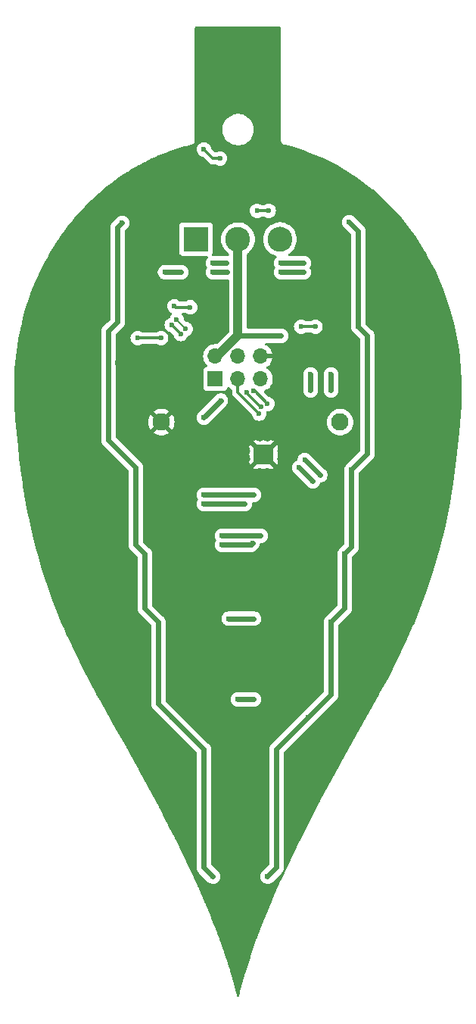
<source format=gbr>
%TF.GenerationSoftware,KiCad,Pcbnew,9.0.6*%
%TF.CreationDate,2025-12-02T17:46:32-08:00*%
%TF.ProjectId,xmas advent 2025,786d6173-2061-4647-9665-6e7420323032,rev?*%
%TF.SameCoordinates,Original*%
%TF.FileFunction,Copper,L2,Bot*%
%TF.FilePolarity,Positive*%
%FSLAX46Y46*%
G04 Gerber Fmt 4.6, Leading zero omitted, Abs format (unit mm)*
G04 Created by KiCad (PCBNEW 9.0.6) date 2025-12-02 17:46:32*
%MOMM*%
%LPD*%
G01*
G04 APERTURE LIST*
%TA.AperFunction,HeatsinkPad*%
%ADD10C,0.500000*%
%TD*%
%TA.AperFunction,HeatsinkPad*%
%ADD11R,2.200000X2.200000*%
%TD*%
%TA.AperFunction,ComponentPad*%
%ADD12R,1.700000X1.700000*%
%TD*%
%TA.AperFunction,ComponentPad*%
%ADD13O,1.700000X1.700000*%
%TD*%
%TA.AperFunction,ComponentPad*%
%ADD14R,2.775000X2.775000*%
%TD*%
%TA.AperFunction,ComponentPad*%
%ADD15C,2.775000*%
%TD*%
%TA.AperFunction,ComponentPad*%
%ADD16C,1.950000*%
%TD*%
%TA.AperFunction,ViaPad*%
%ADD17C,0.600000*%
%TD*%
%TA.AperFunction,Conductor*%
%ADD18C,0.304800*%
%TD*%
%TA.AperFunction,Conductor*%
%ADD19C,0.609600*%
%TD*%
%TA.AperFunction,Conductor*%
%ADD20C,0.200000*%
%TD*%
%TA.AperFunction,Conductor*%
%ADD21C,1.016000*%
%TD*%
%TA.AperFunction,Conductor*%
%ADD22C,0.177800*%
%TD*%
G04 APERTURE END LIST*
D10*
%TO.P,U7,33,GND*%
%TO.N,GND*%
X98293000Y-90419000D03*
X98293000Y-91269000D03*
X98293000Y-92119000D03*
X99143000Y-90419000D03*
X99143000Y-91269000D03*
D11*
X99143000Y-91269000D03*
D10*
X99143000Y-92119000D03*
X99993000Y-90419000D03*
X99993000Y-91269000D03*
X99993000Y-92119000D03*
%TD*%
D12*
%TO.P,J2,1,MISO*%
%TO.N,/PB1*%
X93726000Y-82804000D03*
D13*
%TO.P,J2,2,VCC*%
%TO.N,VCC*%
X93726000Y-80264000D03*
%TO.P,J2,3,SCK*%
%TO.N,/PB2*%
X96266000Y-82804000D03*
%TO.P,J2,4,MOSI*%
%TO.N,/PB0*%
X96266000Y-80264000D03*
%TO.P,J2,5,~{RST}*%
%TO.N,/PB5*%
X98806000Y-82804000D03*
%TO.P,J2,6,GND*%
%TO.N,GND*%
X98806000Y-80264000D03*
%TD*%
D14*
%TO.P,SW1,1,A*%
%TO.N,VBUS*%
X91566000Y-67183000D03*
D15*
%TO.P,SW1,2,B*%
%TO.N,VCC*%
X96266000Y-67183000D03*
%TO.P,SW1,3,C*%
%TO.N,Net-(BT1-+)*%
X100966000Y-67183000D03*
%TD*%
D16*
%TO.P,BT1,1,+*%
%TO.N,Net-(BT1-+)*%
X107696000Y-87630000D03*
%TO.P,BT1,2,-*%
%TO.N,GND*%
X87696000Y-87630000D03*
%TD*%
D17*
%TO.N,Net-(BT1-+)*%
X98407600Y-64008000D03*
X106680000Y-84074000D03*
X99712400Y-64008000D03*
X106680000Y-82296000D03*
%TO.N,GND*%
X109728000Y-81026000D03*
X82804000Y-81026000D03*
X102234000Y-61214000D03*
X97028000Y-93726000D03*
X90298000Y-61088000D03*
X103124000Y-88166000D03*
X97536000Y-61214000D03*
X100076000Y-71882000D03*
X94996000Y-60198000D03*
X100076000Y-54483000D03*
X90932000Y-78994000D03*
X116840000Y-79042000D03*
X99343000Y-88017301D03*
X75740000Y-79042000D03*
%TO.N,VCC*%
X101092000Y-77978000D03*
X104394000Y-84074000D03*
X89408000Y-76200000D03*
X104394000Y-82296000D03*
X90424000Y-77216000D03*
%TO.N,VBUS*%
X94250400Y-58166000D03*
X92456000Y-57150000D03*
%TO.N,/PB5*%
X103335200Y-76962000D03*
X104944800Y-76962000D03*
%TO.N,/PB2*%
X98632900Y-86686534D03*
X85047200Y-78232000D03*
X87672800Y-78232000D03*
%TO.N,/PB1*%
X98827148Y-85899899D03*
X89858313Y-77781687D03*
X90932000Y-74785600D03*
X97211169Y-84285200D03*
X89154000Y-74676000D03*
X88842313Y-76765687D03*
%TO.N,/PB0*%
X99568000Y-85598000D03*
X98035105Y-84166254D03*
%TO.N,Net-(D36-A)*%
X110744000Y-85090000D03*
X109728000Y-76962000D03*
X106680000Y-109982000D03*
X108966000Y-92964000D03*
X103733206Y-91837194D03*
X105485000Y-93547000D03*
X108712000Y-65278000D03*
X108204000Y-102362000D03*
X99568000Y-138430000D03*
X104140000Y-120650000D03*
%TO.N,Net-(D37-A)*%
X88900000Y-120650000D03*
X93472000Y-138430000D03*
X94488000Y-101346000D03*
X84836000Y-92710000D03*
X103124000Y-92710000D03*
X83312000Y-65356500D03*
X97885200Y-101187200D03*
X104648000Y-94234000D03*
X82804000Y-76454000D03*
X87376000Y-109982000D03*
X81788000Y-85090000D03*
X85852000Y-102362000D03*
%TO.N,Net-(D38-A)*%
X97028000Y-96774000D03*
X92456000Y-96774000D03*
%TO.N,Net-(D39-K)*%
X96266000Y-118618000D03*
X98044000Y-118618000D03*
%TO.N,Net-(D43-K)*%
X95250000Y-109600000D03*
X98044000Y-109600000D03*
%TO.N,Net-(D47-K)*%
X94488000Y-100330000D03*
X98806000Y-100330000D03*
%TO.N,Net-(D51-K)*%
X92456000Y-95758000D03*
X98044000Y-95758000D03*
%TO.N,Net-(D55-K)*%
X94361000Y-85217000D03*
X92456000Y-87122000D03*
%TO.N,Net-(D59-K)*%
X103632000Y-70866000D03*
X101092000Y-70866000D03*
X93472000Y-70866000D03*
X88095200Y-70866000D03*
X89916000Y-70866000D03*
X95013400Y-70866000D03*
%TO.N,Net-(D63-K)*%
X93472000Y-69850000D03*
X101092000Y-69850000D03*
X103632000Y-69850000D03*
X94996000Y-69850000D03*
%TD*%
D18*
%TO.N,Net-(BT1-+)*%
X99712400Y-64008000D02*
X98407600Y-64008000D01*
X100966000Y-65914000D02*
X100966000Y-67183000D01*
D19*
X106680000Y-84074000D02*
X106680000Y-82296000D01*
D20*
%TO.N,VCC*%
X90424000Y-77216000D02*
X89408000Y-76200000D01*
D21*
X93980000Y-80264000D02*
X96266000Y-77978000D01*
X96266000Y-77978000D02*
X96266000Y-67183000D01*
D19*
X101092000Y-77978000D02*
X96266000Y-77978000D01*
X104394000Y-82296000D02*
X104394000Y-84074000D01*
D21*
X93726000Y-80264000D02*
X93980000Y-80264000D01*
D18*
%TO.N,VBUS*%
X94250400Y-58166000D02*
X93472000Y-58166000D01*
X93472000Y-58166000D02*
X92456000Y-57150000D01*
%TO.N,/PB5*%
X103335200Y-76962000D02*
X104944800Y-76962000D01*
%TO.N,/PB2*%
X98632900Y-86686534D02*
X96266000Y-84319634D01*
X96266000Y-84319634D02*
X96266000Y-82804000D01*
X87672800Y-78232000D02*
X85047200Y-78232000D01*
%TO.N,/PB1*%
X97211169Y-84375002D02*
X98736066Y-85899899D01*
X98736066Y-85899899D02*
X98827148Y-85899899D01*
D22*
X97211169Y-84285200D02*
X98825868Y-85899899D01*
X98825868Y-85899899D02*
X98827148Y-85899899D01*
D18*
X97211169Y-84285200D02*
X97211169Y-84375002D01*
X90932000Y-74785600D02*
X89263600Y-74785600D01*
X89263600Y-74785600D02*
X89154000Y-74676000D01*
X88842313Y-76765687D02*
X89858313Y-77781687D01*
%TO.N,/PB0*%
X98035105Y-84166254D02*
X98136254Y-84166254D01*
X98136254Y-84166254D02*
X99568000Y-85598000D01*
D19*
%TO.N,Net-(D36-A)*%
X108204000Y-108458000D02*
X106680000Y-109982000D01*
X104140000Y-120650000D02*
X100584000Y-124206000D01*
X105485000Y-93547000D02*
X105443012Y-93547000D01*
X108966000Y-101600000D02*
X108204000Y-102362000D01*
X100584000Y-124206000D02*
X100584000Y-137414000D01*
X108712000Y-65278000D02*
X109728000Y-66294000D01*
X105443012Y-93547000D02*
X103733206Y-91837194D01*
X108204000Y-102362000D02*
X108204000Y-108458000D01*
X110744000Y-91186000D02*
X110744000Y-85090000D01*
X109728000Y-66294000D02*
X109728000Y-76962000D01*
X106680000Y-118110000D02*
X104140000Y-120650000D01*
X110744000Y-77978000D02*
X110744000Y-85090000D01*
X108966000Y-92964000D02*
X110744000Y-91186000D01*
X108966000Y-92964000D02*
X108966000Y-101600000D01*
X106680000Y-109982000D02*
X106680000Y-118110000D01*
X109728000Y-76962000D02*
X110744000Y-77978000D01*
X100584000Y-137414000D02*
X99568000Y-138430000D01*
%TO.N,Net-(D37-A)*%
X92456000Y-124206000D02*
X92456000Y-137414000D01*
X97726400Y-101346000D02*
X97885200Y-101187200D01*
X84836000Y-92710000D02*
X84836000Y-101346000D01*
X88900000Y-120650000D02*
X92456000Y-124206000D01*
X81788000Y-89662000D02*
X84836000Y-92710000D01*
X83312000Y-65356500D02*
X82804000Y-65864500D01*
X88900000Y-120650000D02*
X87376000Y-119126000D01*
X85852000Y-102362000D02*
X85852000Y-108458000D01*
X92456000Y-137414000D02*
X93472000Y-138430000D01*
X85852000Y-108458000D02*
X87376000Y-109982000D01*
X87376000Y-119126000D02*
X87376000Y-109982000D01*
X81788000Y-85090000D02*
X81788000Y-77470000D01*
X81788000Y-77470000D02*
X82804000Y-76454000D01*
X104648000Y-94234000D02*
X103124000Y-92710000D01*
X82804000Y-65864500D02*
X82804000Y-76454000D01*
X84836000Y-101346000D02*
X85852000Y-102362000D01*
X81788000Y-85090000D02*
X81788000Y-89662000D01*
X94488000Y-101346000D02*
X97726400Y-101346000D01*
%TO.N,Net-(D38-A)*%
X92456000Y-96774000D02*
X97028000Y-96774000D01*
%TO.N,Net-(D39-K)*%
X98044000Y-118618000D02*
X96266000Y-118618000D01*
%TO.N,Net-(D43-K)*%
X98044000Y-109600000D02*
X95250000Y-109600000D01*
%TO.N,Net-(D47-K)*%
X94488000Y-100330000D02*
X98806000Y-100330000D01*
%TO.N,Net-(D51-K)*%
X98044000Y-95758000D02*
X92456000Y-95758000D01*
%TO.N,Net-(D55-K)*%
X94361000Y-85217000D02*
X92456000Y-87122000D01*
%TO.N,Net-(D59-K)*%
X103632000Y-70866000D02*
X101092000Y-70866000D01*
X89916000Y-70866000D02*
X88095200Y-70866000D01*
X93472000Y-70866000D02*
X95013400Y-70866000D01*
%TO.N,Net-(D63-K)*%
X103632000Y-69850000D02*
X101092000Y-69850000D01*
X93472000Y-69850000D02*
X94996000Y-69850000D01*
%TD*%
%TA.AperFunction,Conductor*%
%TO.N,GND*%
G36*
X101029179Y-43446185D02*
G01*
X101074934Y-43498989D01*
X101086140Y-43550500D01*
X101086140Y-56048199D01*
X101085986Y-56050586D01*
X101086000Y-56057272D01*
X101086000Y-56057274D01*
X101086054Y-56082443D01*
X101086140Y-56122698D01*
X101086140Y-56188008D01*
X101086198Y-56188440D01*
X101086251Y-56188843D01*
X101086276Y-56189038D01*
X101101443Y-56245160D01*
X101103303Y-56252041D01*
X101111850Y-56283939D01*
X101120251Y-56315293D01*
X101120291Y-56315387D01*
X101120407Y-56315665D01*
X101120655Y-56316264D01*
X101153365Y-56372643D01*
X101153446Y-56372782D01*
X101186139Y-56429408D01*
X101186148Y-56429422D01*
X101186494Y-56429871D01*
X101186656Y-56430081D01*
X101186796Y-56430263D01*
X101233255Y-56476524D01*
X101233444Y-56476713D01*
X101279330Y-56522600D01*
X101280166Y-56523239D01*
X101280187Y-56523255D01*
X101336869Y-56555819D01*
X101336844Y-56555861D01*
X101337095Y-56555948D01*
X101393454Y-56588487D01*
X101393456Y-56588487D01*
X101393457Y-56588488D01*
X101393793Y-56588627D01*
X101393959Y-56588696D01*
X101394439Y-56588895D01*
X101394452Y-56588898D01*
X101394453Y-56588899D01*
X101457224Y-56605574D01*
X101457458Y-56605716D01*
X101457478Y-56605642D01*
X101520748Y-56622595D01*
X101520750Y-56622595D01*
X101527207Y-56624325D01*
X101529548Y-56624788D01*
X102540679Y-56893401D01*
X102546340Y-56895051D01*
X103314283Y-57139085D01*
X103591767Y-57227263D01*
X103600057Y-57230226D01*
X104070891Y-57417570D01*
X105659854Y-58049815D01*
X105670327Y-58054557D01*
X107381853Y-58927524D01*
X107644977Y-59061731D01*
X107654781Y-59067307D01*
X109540287Y-60256399D01*
X109549371Y-60262711D01*
X111334736Y-61625257D01*
X111343083Y-61632227D01*
X113017225Y-63159679D01*
X113024830Y-63167246D01*
X114576646Y-64850992D01*
X114583501Y-64859100D01*
X115599216Y-66170565D01*
X115943742Y-66615409D01*
X116001919Y-66690525D01*
X116008015Y-66699129D01*
X117264909Y-68643191D01*
X117281935Y-68669524D01*
X117287254Y-68678569D01*
X117518014Y-69112017D01*
X118405653Y-70779316D01*
X118410184Y-70788769D01*
X119362043Y-73011229D01*
X119365757Y-73021027D01*
X120142137Y-75362866D01*
X120144370Y-75370390D01*
X120459825Y-76571573D01*
X120461049Y-76576668D01*
X120729654Y-77809283D01*
X120730661Y-77814424D01*
X120949365Y-79071066D01*
X120950153Y-79076241D01*
X121117568Y-80355832D01*
X121118137Y-80361028D01*
X121232884Y-81662566D01*
X121233233Y-81667772D01*
X121293916Y-82990214D01*
X121294045Y-82995416D01*
X121299263Y-84337599D01*
X121299175Y-84342783D01*
X121247447Y-85705967D01*
X121247209Y-85710270D01*
X121022177Y-88800651D01*
X121021854Y-88804327D01*
X120722753Y-91713725D01*
X120722284Y-91717665D01*
X120351444Y-94459279D01*
X120350807Y-94463451D01*
X119910408Y-97052589D01*
X119909588Y-97056942D01*
X119401727Y-99509267D01*
X119400715Y-99513732D01*
X118827493Y-101844697D01*
X118826299Y-101849190D01*
X118189671Y-104074627D01*
X118188315Y-104079052D01*
X117490216Y-106214565D01*
X117488740Y-106218819D01*
X116730965Y-108280255D01*
X116729422Y-108284239D01*
X115913755Y-110287213D01*
X115912211Y-110290839D01*
X115040358Y-112251028D01*
X115038881Y-112254224D01*
X114112586Y-114187103D01*
X114111244Y-114189817D01*
X113132259Y-116110813D01*
X113131108Y-116113017D01*
X112102010Y-118036034D01*
X112100760Y-118038312D01*
X109893074Y-121963706D01*
X109892967Y-121963897D01*
X107728713Y-125796187D01*
X107721135Y-125807992D01*
X107719640Y-125810053D01*
X107690866Y-125863162D01*
X107689814Y-125865063D01*
X107660108Y-125917669D01*
X107659160Y-125920020D01*
X107653187Y-125932712D01*
X105465933Y-129969996D01*
X105458915Y-129981427D01*
X105455597Y-129986227D01*
X105428739Y-130038583D01*
X105427439Y-130041049D01*
X105399391Y-130092821D01*
X105397312Y-130098254D01*
X105391840Y-130110515D01*
X103237056Y-134311093D01*
X103229497Y-134322381D01*
X103230091Y-134322767D01*
X103225667Y-134329580D01*
X103201206Y-134380868D01*
X103199616Y-134384081D01*
X103173652Y-134434696D01*
X103170919Y-134442349D01*
X103170253Y-134442111D01*
X103165860Y-134454977D01*
X101135595Y-138711905D01*
X101128540Y-138723106D01*
X101129215Y-138723519D01*
X101124977Y-138730450D01*
X101101673Y-138782923D01*
X101100271Y-138785969D01*
X101075538Y-138837830D01*
X101073026Y-138845562D01*
X101072286Y-138845321D01*
X101068350Y-138857958D01*
X100158589Y-140906511D01*
X100152435Y-140918552D01*
X100149779Y-140923115D01*
X100126989Y-140977594D01*
X100125923Y-140980065D01*
X100101909Y-141034140D01*
X100100409Y-141039222D01*
X100095881Y-141051955D01*
X99250181Y-143073600D01*
X99244502Y-143085388D01*
X99240783Y-143092166D01*
X99219781Y-143146168D01*
X99218609Y-143149073D01*
X99196206Y-143202628D01*
X99194177Y-143210096D01*
X99190084Y-143222526D01*
X98419033Y-145205067D01*
X98412613Y-145217204D01*
X98413214Y-145217511D01*
X98409517Y-145224751D01*
X98390567Y-145278111D01*
X98389285Y-145281557D01*
X98368761Y-145334329D01*
X98366831Y-145342218D01*
X98366174Y-145342057D01*
X98363104Y-145355442D01*
X97677032Y-147287374D01*
X97670540Y-147300664D01*
X97670937Y-147300850D01*
X97667500Y-147308210D01*
X97667499Y-147308212D01*
X97667499Y-147308213D01*
X97652287Y-147356365D01*
X97650965Y-147360549D01*
X97649576Y-147364689D01*
X97631206Y-147416417D01*
X97629512Y-147424355D01*
X97629084Y-147424263D01*
X97626248Y-147438781D01*
X97035800Y-149307775D01*
X97029280Y-149322546D01*
X97029415Y-149322603D01*
X97026291Y-149330105D01*
X97012561Y-149380964D01*
X97011088Y-149385997D01*
X96995224Y-149436216D01*
X96993808Y-149444221D01*
X96993663Y-149444195D01*
X96991189Y-149460139D01*
X96506941Y-151254024D01*
X96497562Y-151278294D01*
X96497559Y-151278301D01*
X96487081Y-151326954D01*
X96485577Y-151333158D01*
X96472599Y-151381242D01*
X96472598Y-151381250D01*
X96472598Y-151381265D01*
X96469819Y-151407124D01*
X96388925Y-151782791D01*
X96355570Y-151844185D01*
X96294317Y-151877798D01*
X96224615Y-151872961D01*
X96168593Y-151831207D01*
X96146675Y-151783669D01*
X96135966Y-151735627D01*
X96135963Y-151735622D01*
X96135778Y-151735114D01*
X96131620Y-151721290D01*
X96045986Y-151361816D01*
X96043501Y-151347908D01*
X96043243Y-151345770D01*
X96043242Y-151345769D01*
X96043243Y-151345768D01*
X96028197Y-151287063D01*
X96027690Y-151285012D01*
X96013659Y-151226112D01*
X96012888Y-151224093D01*
X96008609Y-151210638D01*
X95848763Y-150586956D01*
X95846079Y-150573356D01*
X95845604Y-150569960D01*
X95845604Y-150569950D01*
X95829604Y-150512118D01*
X95829034Y-150509976D01*
X95814126Y-150451808D01*
X95814123Y-150451803D01*
X95812834Y-150448593D01*
X95808394Y-150435452D01*
X95631787Y-149797081D01*
X95628815Y-149783347D01*
X95628425Y-149780877D01*
X95628425Y-149780870D01*
X95611297Y-149722939D01*
X95610697Y-149720844D01*
X95606290Y-149704916D01*
X95594593Y-149662635D01*
X95594592Y-149662633D01*
X95593608Y-149660310D01*
X95588867Y-149647083D01*
X95571956Y-149589888D01*
X95396008Y-148994815D01*
X95392768Y-148980979D01*
X95392481Y-148979341D01*
X95392481Y-148979330D01*
X95374290Y-148921305D01*
X95373716Y-148919419D01*
X95356465Y-148861071D01*
X95355782Y-148859536D01*
X95350761Y-148846245D01*
X95142211Y-148180967D01*
X95138719Y-148167044D01*
X95138547Y-148166143D01*
X95138547Y-148166134D01*
X95119369Y-148108052D01*
X95118793Y-148106263D01*
X95100497Y-148047896D01*
X95100094Y-148047028D01*
X95094819Y-148033697D01*
X94952839Y-147603690D01*
X94871174Y-147356355D01*
X94867447Y-147342369D01*
X94867391Y-147342102D01*
X94867391Y-147342094D01*
X94847282Y-147283957D01*
X94846722Y-147282299D01*
X94827452Y-147223936D01*
X94827326Y-147223674D01*
X94821802Y-147210289D01*
X94583664Y-146521791D01*
X94579865Y-146508279D01*
X94579778Y-146508038D01*
X94579778Y-146508036D01*
X94558783Y-146449827D01*
X94558285Y-146448415D01*
X94538075Y-146389982D01*
X94538073Y-146389979D01*
X94537994Y-146389750D01*
X94532465Y-146376852D01*
X94280434Y-145678049D01*
X94276717Y-145665447D01*
X94276469Y-145664785D01*
X94276469Y-145664783D01*
X94254694Y-145606657D01*
X94254206Y-145605328D01*
X94233121Y-145546864D01*
X94233119Y-145546861D01*
X94232883Y-145546206D01*
X94227540Y-145534169D01*
X94160588Y-145355442D01*
X93962272Y-144826040D01*
X93958076Y-144812538D01*
X93957574Y-144810525D01*
X93935338Y-144754090D01*
X93934620Y-144752224D01*
X93913338Y-144695408D01*
X93913331Y-144695399D01*
X93912360Y-144693573D01*
X93906441Y-144680743D01*
X93284844Y-143103061D01*
X93280526Y-143090028D01*
X93279417Y-143085935D01*
X93274267Y-143073600D01*
X93256440Y-143030903D01*
X93255557Y-143028729D01*
X93233676Y-142973190D01*
X93233672Y-142973185D01*
X93231615Y-142969473D01*
X93225635Y-142957121D01*
X92556197Y-141353739D01*
X92551535Y-141340516D01*
X92550783Y-141337928D01*
X92550782Y-141337920D01*
X92526578Y-141282747D01*
X92525708Y-141280713D01*
X92517090Y-141260072D01*
X92502446Y-141224997D01*
X92502441Y-141224990D01*
X92501078Y-141222644D01*
X92494737Y-141210157D01*
X92419918Y-141039596D01*
X91783153Y-139587990D01*
X91778189Y-139574633D01*
X91777769Y-139573270D01*
X91777769Y-139573266D01*
X91752392Y-139517828D01*
X91751586Y-139516029D01*
X91727128Y-139460272D01*
X91727122Y-139460264D01*
X91726385Y-139459046D01*
X91719715Y-139446444D01*
X91623184Y-139235565D01*
X90971821Y-137812609D01*
X90966579Y-137799128D01*
X90966470Y-137798791D01*
X90964887Y-137795459D01*
X90940036Y-137743148D01*
X90939367Y-137741712D01*
X90913774Y-137685800D01*
X90913772Y-137685798D01*
X90913584Y-137685497D01*
X90906624Y-137672813D01*
X90821353Y-137493315D01*
X90128276Y-136034366D01*
X90123169Y-136021740D01*
X90122965Y-136021325D01*
X90122965Y-136021323D01*
X90095654Y-135965675D01*
X90094999Y-135964316D01*
X90068239Y-135907986D01*
X90061518Y-135896119D01*
X89354246Y-134454977D01*
X89258615Y-134260119D01*
X89253863Y-134248766D01*
X89253347Y-134247746D01*
X89253347Y-134247742D01*
X89225188Y-134191993D01*
X89224673Y-134190958D01*
X89197170Y-134134916D01*
X89196676Y-134133909D01*
X89190460Y-134123238D01*
X88564870Y-132884677D01*
X88368920Y-132496730D01*
X88364490Y-132486462D01*
X88334844Y-132429248D01*
X88334259Y-132428105D01*
X88305250Y-132370674D01*
X88299520Y-132361079D01*
X87465264Y-130751052D01*
X87460537Y-130740409D01*
X87430473Y-130683894D01*
X87429848Y-130682704D01*
X87400409Y-130625887D01*
X87394331Y-130615953D01*
X86249432Y-128463709D01*
X86244529Y-128452985D01*
X86213912Y-128396919D01*
X86213268Y-128395724D01*
X86183265Y-128339322D01*
X86176996Y-128329319D01*
X85261580Y-126653018D01*
X85033721Y-126235766D01*
X85029309Y-126226372D01*
X84997553Y-126169522D01*
X84996977Y-126168481D01*
X84965823Y-126111430D01*
X84960225Y-126102698D01*
X84115748Y-124590928D01*
X83832854Y-124084495D01*
X83828923Y-124076315D01*
X83796209Y-124018884D01*
X83795699Y-124017981D01*
X83764808Y-123962679D01*
X83764805Y-123962676D01*
X83763406Y-123960171D01*
X83758436Y-123952570D01*
X83757726Y-123951324D01*
X82622793Y-121958823D01*
X81497468Y-119982639D01*
X81497137Y-119982053D01*
X80952018Y-119007637D01*
X80951624Y-119006927D01*
X80866769Y-118852889D01*
X80418494Y-118039129D01*
X80417954Y-118038137D01*
X80416822Y-118036034D01*
X79640449Y-116593223D01*
X79639652Y-116591717D01*
X79631172Y-116575408D01*
X78890710Y-115151394D01*
X78889819Y-115149644D01*
X78169324Y-113705579D01*
X78168556Y-113704013D01*
X77820455Y-112981043D01*
X77819915Y-112979906D01*
X77478645Y-112252328D01*
X77478178Y-112251322D01*
X77408245Y-112098691D01*
X77255270Y-111764813D01*
X77255014Y-111764248D01*
X77035466Y-111275488D01*
X77035110Y-111274687D01*
X76994740Y-111182967D01*
X76818961Y-110783600D01*
X76818628Y-110782836D01*
X76800759Y-110741383D01*
X76606645Y-110291069D01*
X76605972Y-110289477D01*
X76532954Y-110113348D01*
X76088735Y-109041834D01*
X76087818Y-109039553D01*
X75593670Y-107773164D01*
X75592745Y-107770715D01*
X75121366Y-106479941D01*
X75120443Y-106477321D01*
X74798737Y-105530530D01*
X74672314Y-105158463D01*
X74671432Y-105155769D01*
X74246931Y-103804792D01*
X74246106Y-103802051D01*
X73845756Y-102415334D01*
X73844981Y-102412527D01*
X73728804Y-101971518D01*
X73469187Y-100986013D01*
X73468506Y-100983300D01*
X73117399Y-99511672D01*
X73116913Y-99509547D01*
X72918982Y-98606271D01*
X72918671Y-98604803D01*
X72729717Y-97682142D01*
X72729401Y-97680536D01*
X72704190Y-97548352D01*
X72549892Y-96739334D01*
X72549599Y-96737738D01*
X72541981Y-96694685D01*
X72379616Y-95777042D01*
X72379349Y-95775470D01*
X72377245Y-95762600D01*
X72218994Y-94794387D01*
X72218747Y-94792812D01*
X72192095Y-94615459D01*
X72068131Y-93790541D01*
X72067913Y-93789020D01*
X72035934Y-93556319D01*
X71927156Y-92764778D01*
X71926991Y-92763525D01*
X71796262Y-91716940D01*
X71796067Y-91715280D01*
X71793851Y-91695266D01*
X71637326Y-90281792D01*
X71637153Y-90280109D01*
X71496671Y-88803316D01*
X71496516Y-88801539D01*
X71496445Y-88800651D01*
X71374525Y-87279080D01*
X71374409Y-87277500D01*
X71271238Y-85708246D01*
X71271129Y-85706322D01*
X71241072Y-85085402D01*
X80982435Y-85085402D01*
X80982435Y-85094600D01*
X80982700Y-85099319D01*
X80982700Y-89577549D01*
X80982699Y-89577575D01*
X80982699Y-89582685D01*
X80982699Y-89741315D01*
X81002724Y-89841983D01*
X81013647Y-89896897D01*
X81013647Y-89896898D01*
X81074348Y-90043446D01*
X81074355Y-90043459D01*
X81162481Y-90175348D01*
X81162484Y-90175352D01*
X81278970Y-90291838D01*
X81278992Y-90291858D01*
X83994381Y-93007247D01*
X84027866Y-93068570D01*
X84030700Y-93094928D01*
X84030700Y-101261549D01*
X84030699Y-101261575D01*
X84030699Y-101266685D01*
X84030699Y-101425315D01*
X84030699Y-101425317D01*
X84030698Y-101425317D01*
X84059476Y-101569986D01*
X84061646Y-101580897D01*
X84061648Y-101580902D01*
X84122348Y-101727446D01*
X84122355Y-101727459D01*
X84210481Y-101859348D01*
X84210484Y-101859352D01*
X84326970Y-101975838D01*
X84326992Y-101975858D01*
X85010381Y-102659247D01*
X85043866Y-102720570D01*
X85046700Y-102746928D01*
X85046700Y-108373549D01*
X85046699Y-108373575D01*
X85046699Y-108537316D01*
X85061812Y-108613289D01*
X85061812Y-108613291D01*
X85077645Y-108692889D01*
X85077648Y-108692901D01*
X85138348Y-108839446D01*
X85138355Y-108839459D01*
X85226481Y-108971348D01*
X85226484Y-108971352D01*
X85342970Y-109087838D01*
X85342992Y-109087858D01*
X86534381Y-110279247D01*
X86567866Y-110340570D01*
X86570700Y-110366928D01*
X86570700Y-119041549D01*
X86570699Y-119041575D01*
X86570699Y-119205317D01*
X86578298Y-119243518D01*
X86594735Y-119326148D01*
X86595830Y-119331651D01*
X86601647Y-119360897D01*
X86601647Y-119360898D01*
X86662348Y-119507446D01*
X86662355Y-119507459D01*
X86750481Y-119639348D01*
X86750484Y-119639352D01*
X86866970Y-119755838D01*
X86866992Y-119755858D01*
X91614381Y-124503247D01*
X91647866Y-124564570D01*
X91650700Y-124590928D01*
X91650700Y-137329549D01*
X91650699Y-137329575D01*
X91650699Y-137334685D01*
X91650699Y-137493315D01*
X91650699Y-137493317D01*
X91650698Y-137493317D01*
X91676781Y-137624435D01*
X91680438Y-137642823D01*
X91681647Y-137648898D01*
X91681647Y-137648899D01*
X91742348Y-137795446D01*
X91742355Y-137795459D01*
X91830481Y-137927348D01*
X91830484Y-137927352D01*
X91946970Y-138043838D01*
X91946992Y-138043858D01*
X92958647Y-139055514D01*
X92958651Y-139055517D01*
X93090547Y-139143648D01*
X93090548Y-139143648D01*
X93090549Y-139143649D01*
X93090551Y-139143650D01*
X93234172Y-139203139D01*
X93237103Y-139204353D01*
X93237107Y-139204353D01*
X93237108Y-139204354D01*
X93392682Y-139235301D01*
X93392685Y-139235301D01*
X93462694Y-139235301D01*
X93467395Y-139235565D01*
X93472000Y-139235565D01*
X93476605Y-139235565D01*
X93481306Y-139235301D01*
X93551317Y-139235301D01*
X93655982Y-139214480D01*
X93706897Y-139204353D01*
X93853453Y-139143648D01*
X93985349Y-139055517D01*
X94097517Y-138943349D01*
X94185648Y-138811453D01*
X94246353Y-138664897D01*
X94277301Y-138509315D01*
X94277301Y-138439307D01*
X94277565Y-138434605D01*
X94277565Y-138425403D01*
X98762435Y-138425403D01*
X98762435Y-138434605D01*
X98762699Y-138439307D01*
X98762699Y-138509315D01*
X98762699Y-138509317D01*
X98762698Y-138509317D01*
X98793645Y-138664891D01*
X98793648Y-138664901D01*
X98854349Y-138811448D01*
X98854350Y-138811450D01*
X98942482Y-138943348D01*
X98942485Y-138943352D01*
X99054647Y-139055514D01*
X99054651Y-139055517D01*
X99186547Y-139143648D01*
X99186548Y-139143648D01*
X99186549Y-139143649D01*
X99186551Y-139143650D01*
X99330172Y-139203139D01*
X99333103Y-139204353D01*
X99333107Y-139204353D01*
X99333108Y-139204354D01*
X99488682Y-139235301D01*
X99488685Y-139235301D01*
X99558694Y-139235301D01*
X99563395Y-139235565D01*
X99568000Y-139235565D01*
X99572605Y-139235565D01*
X99577306Y-139235301D01*
X99647317Y-139235301D01*
X99751982Y-139214480D01*
X99802897Y-139204353D01*
X99949453Y-139143648D01*
X100081349Y-139055517D01*
X101097345Y-138039520D01*
X101097349Y-138039518D01*
X101209518Y-137927349D01*
X101297648Y-137795453D01*
X101358353Y-137648897D01*
X101363219Y-137624435D01*
X101389301Y-137493315D01*
X101389301Y-137334685D01*
X101389301Y-137329575D01*
X101389300Y-137329549D01*
X101389300Y-124590928D01*
X101408985Y-124523889D01*
X101425619Y-124503247D01*
X104765517Y-121163349D01*
X107193345Y-118735520D01*
X107193349Y-118735518D01*
X107305518Y-118623349D01*
X107393648Y-118491453D01*
X107454353Y-118344897D01*
X107477782Y-118227114D01*
X107485300Y-118189316D01*
X107485300Y-118030685D01*
X107485300Y-110366927D01*
X107504985Y-110299888D01*
X107521614Y-110279250D01*
X108717345Y-109083520D01*
X108717349Y-109083518D01*
X108829518Y-108971349D01*
X108917648Y-108839453D01*
X108978353Y-108692897D01*
X108998668Y-108590769D01*
X109009300Y-108537316D01*
X109009300Y-108378685D01*
X109009300Y-102746927D01*
X109028985Y-102679888D01*
X109045615Y-102659250D01*
X109479345Y-102225520D01*
X109479349Y-102225518D01*
X109591518Y-102113349D01*
X109679648Y-101981453D01*
X109685594Y-101967097D01*
X109689036Y-101958789D01*
X109689047Y-101958760D01*
X109689074Y-101958696D01*
X109740354Y-101834897D01*
X109771301Y-101679315D01*
X109771301Y-101520684D01*
X109771301Y-101515574D01*
X109771300Y-101515548D01*
X109771300Y-93348927D01*
X109790985Y-93281888D01*
X109807614Y-93261251D01*
X111257345Y-91811520D01*
X111257349Y-91811518D01*
X111369518Y-91699349D01*
X111457648Y-91567453D01*
X111477555Y-91519394D01*
X111518354Y-91420897D01*
X111549301Y-91265315D01*
X111549301Y-91106684D01*
X111549301Y-91101574D01*
X111549300Y-91101548D01*
X111549300Y-85099319D01*
X111549565Y-85094600D01*
X111549565Y-85085402D01*
X111549300Y-85080686D01*
X111549300Y-78063449D01*
X111549301Y-78063428D01*
X111549301Y-77898682D01*
X111518354Y-77743108D01*
X111518353Y-77743107D01*
X111518353Y-77743103D01*
X111508064Y-77718262D01*
X111457651Y-77596553D01*
X111457645Y-77596542D01*
X111451617Y-77587521D01*
X111451615Y-77587517D01*
X111369521Y-77464655D01*
X111369515Y-77464647D01*
X111254253Y-77349385D01*
X111254222Y-77349356D01*
X110569619Y-76664753D01*
X110536134Y-76603430D01*
X110533300Y-76577072D01*
X110533300Y-66379449D01*
X110533301Y-66379428D01*
X110533301Y-66214682D01*
X110502354Y-66059108D01*
X110502353Y-66059107D01*
X110502353Y-66059103D01*
X110454600Y-65943815D01*
X110441649Y-65912549D01*
X110441647Y-65912546D01*
X110430448Y-65895784D01*
X110353518Y-65780651D01*
X110353515Y-65780647D01*
X110238253Y-65665385D01*
X110238222Y-65665356D01*
X109225352Y-64652485D01*
X109225348Y-64652482D01*
X109093450Y-64564350D01*
X109093448Y-64564349D01*
X108946901Y-64503648D01*
X108946891Y-64503645D01*
X108791317Y-64472699D01*
X108791315Y-64472699D01*
X108721306Y-64472699D01*
X108716605Y-64472435D01*
X108707395Y-64472435D01*
X108702694Y-64472699D01*
X108632683Y-64472699D01*
X108477108Y-64503645D01*
X108477098Y-64503648D01*
X108330551Y-64564349D01*
X108330549Y-64564350D01*
X108198651Y-64652482D01*
X108198647Y-64652485D01*
X108086485Y-64764647D01*
X108086482Y-64764651D01*
X107998350Y-64896549D01*
X107998349Y-64896551D01*
X107937648Y-65043098D01*
X107937645Y-65043108D01*
X107906699Y-65198682D01*
X107906699Y-65268696D01*
X107906435Y-65273403D01*
X107906435Y-65282605D01*
X107906699Y-65287307D01*
X107906699Y-65357315D01*
X107906699Y-65357317D01*
X107906698Y-65357317D01*
X107937645Y-65512891D01*
X107937648Y-65512901D01*
X107998349Y-65659448D01*
X107998350Y-65659450D01*
X108086482Y-65791348D01*
X108086485Y-65791352D01*
X108886381Y-66591247D01*
X108919866Y-66652570D01*
X108922700Y-66678928D01*
X108922700Y-76877549D01*
X108922699Y-76877575D01*
X108922699Y-76952696D01*
X108922435Y-76957403D01*
X108922435Y-76966605D01*
X108922699Y-76971307D01*
X108922699Y-77041317D01*
X108937398Y-77115209D01*
X108947829Y-77167648D01*
X108952255Y-77189898D01*
X108953647Y-77196897D01*
X108953647Y-77196898D01*
X109014348Y-77343446D01*
X109014355Y-77343459D01*
X109102481Y-77475348D01*
X109102484Y-77475352D01*
X109218970Y-77591838D01*
X109218992Y-77591858D01*
X109902381Y-78275247D01*
X109935866Y-78336570D01*
X109938700Y-78362928D01*
X109938700Y-85080686D01*
X109938435Y-85085402D01*
X109938435Y-85094600D01*
X109938700Y-85099319D01*
X109938700Y-90801071D01*
X109919015Y-90868110D01*
X109902381Y-90888752D01*
X109194664Y-91596469D01*
X108452654Y-92338479D01*
X108452651Y-92338482D01*
X108396566Y-92394566D01*
X108340482Y-92450650D01*
X108324140Y-92475108D01*
X108254552Y-92579255D01*
X108254549Y-92579259D01*
X108252352Y-92582545D01*
X108252351Y-92582548D01*
X108191648Y-92729098D01*
X108191645Y-92729108D01*
X108160699Y-92884682D01*
X108160699Y-92954696D01*
X108160435Y-92959403D01*
X108160435Y-92968605D01*
X108160699Y-92973307D01*
X108160699Y-93049428D01*
X108160700Y-93049449D01*
X108160700Y-101215071D01*
X108141015Y-101282110D01*
X108124381Y-101302752D01*
X107911585Y-101515548D01*
X107690654Y-101736479D01*
X107690651Y-101736482D01*
X107634566Y-101792566D01*
X107578482Y-101848650D01*
X107545510Y-101897996D01*
X107496386Y-101971517D01*
X107490352Y-101980547D01*
X107490351Y-101980549D01*
X107490348Y-101980554D01*
X107429648Y-102127098D01*
X107429645Y-102127108D01*
X107398699Y-102282682D01*
X107398699Y-102352696D01*
X107398435Y-102357403D01*
X107398435Y-102366605D01*
X107398699Y-102371307D01*
X107398699Y-102447428D01*
X107398700Y-102447449D01*
X107398700Y-108073071D01*
X107379015Y-108140110D01*
X107362381Y-108160752D01*
X106728698Y-108794435D01*
X106166654Y-109356479D01*
X106166651Y-109356482D01*
X106110565Y-109412567D01*
X106054480Y-109468652D01*
X105966741Y-109599961D01*
X105966742Y-109599962D01*
X105966352Y-109600545D01*
X105966351Y-109600547D01*
X105905648Y-109747098D01*
X105905645Y-109747108D01*
X105874699Y-109902682D01*
X105874699Y-109972696D01*
X105874435Y-109977403D01*
X105874435Y-109986605D01*
X105874699Y-109991307D01*
X105874699Y-110067428D01*
X105874700Y-110067449D01*
X105874700Y-117725072D01*
X105855015Y-117792111D01*
X105838381Y-117812753D01*
X103626651Y-120024483D01*
X100070654Y-123580479D01*
X100070651Y-123580482D01*
X100014566Y-123636566D01*
X99958482Y-123692650D01*
X99889961Y-123795201D01*
X99889960Y-123795202D01*
X99870350Y-123824549D01*
X99870349Y-123824551D01*
X99809648Y-123971098D01*
X99809645Y-123971108D01*
X99778699Y-124126682D01*
X99778699Y-124291428D01*
X99778700Y-124291449D01*
X99778700Y-137029071D01*
X99759015Y-137096110D01*
X99742381Y-137116752D01*
X98942485Y-137916647D01*
X98942482Y-137916651D01*
X98854350Y-138048549D01*
X98854349Y-138048551D01*
X98793648Y-138195098D01*
X98793645Y-138195108D01*
X98762699Y-138350682D01*
X98762699Y-138420696D01*
X98762435Y-138425403D01*
X94277565Y-138425403D01*
X94277301Y-138420696D01*
X94277301Y-138350682D01*
X94246354Y-138195108D01*
X94246353Y-138195107D01*
X94246353Y-138195103D01*
X94185648Y-138048547D01*
X94097517Y-137916651D01*
X94097514Y-137916647D01*
X93297619Y-137116752D01*
X93264134Y-137055429D01*
X93261300Y-137029071D01*
X93261300Y-124126684D01*
X93261299Y-124126680D01*
X93230353Y-123971103D01*
X93222160Y-123951324D01*
X93212572Y-123928177D01*
X93169648Y-123824547D01*
X93150040Y-123795201D01*
X93081518Y-123692650D01*
X92966253Y-123577385D01*
X92966222Y-123577356D01*
X88217619Y-118828753D01*
X88184134Y-118767430D01*
X88181300Y-118741072D01*
X88181300Y-118613402D01*
X95460435Y-118613402D01*
X95460435Y-118622600D01*
X95460700Y-118627319D01*
X95460700Y-118697319D01*
X95491644Y-118852889D01*
X95491647Y-118852898D01*
X95552348Y-118999446D01*
X95552355Y-118999459D01*
X95640481Y-119131348D01*
X95640484Y-119131352D01*
X95752647Y-119243515D01*
X95752651Y-119243518D01*
X95884540Y-119331644D01*
X95884553Y-119331651D01*
X95955163Y-119360898D01*
X96031103Y-119392353D01*
X96031105Y-119392353D01*
X96031110Y-119392355D01*
X96186680Y-119423299D01*
X96186684Y-119423300D01*
X96186685Y-119423300D01*
X96256685Y-119423300D01*
X96261404Y-119423565D01*
X96266000Y-119423565D01*
X96270596Y-119423565D01*
X96275315Y-119423300D01*
X98034685Y-119423300D01*
X98039404Y-119423565D01*
X98044000Y-119423565D01*
X98048596Y-119423565D01*
X98053315Y-119423300D01*
X98123316Y-119423300D01*
X98123317Y-119423299D01*
X98175175Y-119412984D01*
X98278889Y-119392355D01*
X98278892Y-119392353D01*
X98278897Y-119392353D01*
X98425453Y-119331648D01*
X98557349Y-119243518D01*
X98669518Y-119131349D01*
X98757648Y-118999453D01*
X98818353Y-118852897D01*
X98849300Y-118697315D01*
X98849300Y-118627319D01*
X98849565Y-118622600D01*
X98849565Y-118613402D01*
X98849300Y-118608686D01*
X98849300Y-118538684D01*
X98849299Y-118538680D01*
X98818355Y-118383110D01*
X98818352Y-118383101D01*
X98757651Y-118236553D01*
X98757644Y-118236540D01*
X98669518Y-118104651D01*
X98669515Y-118104647D01*
X98557352Y-117992484D01*
X98557348Y-117992481D01*
X98425459Y-117904355D01*
X98425446Y-117904348D01*
X98278898Y-117843647D01*
X98278889Y-117843644D01*
X98123319Y-117812700D01*
X98123315Y-117812700D01*
X98053315Y-117812700D01*
X98048596Y-117812435D01*
X98039404Y-117812435D01*
X98034685Y-117812700D01*
X96275315Y-117812700D01*
X96270596Y-117812435D01*
X96261404Y-117812435D01*
X96256685Y-117812700D01*
X96186680Y-117812700D01*
X96031110Y-117843644D01*
X96031101Y-117843647D01*
X95884553Y-117904348D01*
X95884540Y-117904355D01*
X95752651Y-117992481D01*
X95752647Y-117992484D01*
X95640484Y-118104647D01*
X95640481Y-118104651D01*
X95552355Y-118236540D01*
X95552348Y-118236553D01*
X95491647Y-118383101D01*
X95491644Y-118383110D01*
X95460700Y-118538680D01*
X95460700Y-118608686D01*
X95460435Y-118613402D01*
X88181300Y-118613402D01*
X88181300Y-109991319D01*
X88181565Y-109986600D01*
X88181565Y-109977402D01*
X88181300Y-109972686D01*
X88181300Y-109902684D01*
X88181299Y-109902680D01*
X88156749Y-109779254D01*
X88150354Y-109747107D01*
X88150353Y-109747103D01*
X88150353Y-109747102D01*
X88132572Y-109704177D01*
X88122274Y-109679316D01*
X88089651Y-109600554D01*
X88089650Y-109600553D01*
X88089648Y-109600547D01*
X88086210Y-109595402D01*
X94444435Y-109595402D01*
X94444435Y-109604600D01*
X94444700Y-109609319D01*
X94444700Y-109679319D01*
X94475644Y-109834889D01*
X94475647Y-109834898D01*
X94536348Y-109981446D01*
X94536355Y-109981459D01*
X94624481Y-110113348D01*
X94624484Y-110113352D01*
X94736647Y-110225515D01*
X94736651Y-110225518D01*
X94868540Y-110313644D01*
X94868553Y-110313651D01*
X94978464Y-110359176D01*
X95015103Y-110374353D01*
X95015105Y-110374353D01*
X95015110Y-110374355D01*
X95170680Y-110405299D01*
X95170684Y-110405300D01*
X95170685Y-110405300D01*
X95240685Y-110405300D01*
X95245404Y-110405565D01*
X95250000Y-110405565D01*
X95254596Y-110405565D01*
X95259315Y-110405300D01*
X98034685Y-110405300D01*
X98039404Y-110405565D01*
X98044000Y-110405565D01*
X98048596Y-110405565D01*
X98053315Y-110405300D01*
X98123316Y-110405300D01*
X98123317Y-110405299D01*
X98175175Y-110394984D01*
X98278889Y-110374355D01*
X98278892Y-110374353D01*
X98278897Y-110374353D01*
X98425453Y-110313648D01*
X98557349Y-110225518D01*
X98669518Y-110113349D01*
X98757648Y-109981453D01*
X98818353Y-109834897D01*
X98849300Y-109679315D01*
X98849300Y-109609319D01*
X98849565Y-109604600D01*
X98849565Y-109595402D01*
X98849300Y-109590686D01*
X98849300Y-109520684D01*
X98849299Y-109520680D01*
X98818355Y-109365110D01*
X98818352Y-109365101D01*
X98814782Y-109356483D01*
X98803176Y-109328464D01*
X98757651Y-109218553D01*
X98757644Y-109218540D01*
X98669518Y-109086651D01*
X98669515Y-109086647D01*
X98557352Y-108974484D01*
X98557348Y-108974481D01*
X98425459Y-108886355D01*
X98425446Y-108886348D01*
X98278898Y-108825647D01*
X98278889Y-108825644D01*
X98123319Y-108794700D01*
X98123315Y-108794700D01*
X98053315Y-108794700D01*
X98048596Y-108794435D01*
X98039404Y-108794435D01*
X98034685Y-108794700D01*
X95259315Y-108794700D01*
X95254596Y-108794435D01*
X95245404Y-108794435D01*
X95240685Y-108794700D01*
X95170680Y-108794700D01*
X95015110Y-108825644D01*
X95015101Y-108825647D01*
X94868553Y-108886348D01*
X94868540Y-108886355D01*
X94736651Y-108974481D01*
X94736647Y-108974484D01*
X94624484Y-109086647D01*
X94624481Y-109086651D01*
X94536355Y-109218540D01*
X94536348Y-109218553D01*
X94475647Y-109365101D01*
X94475644Y-109365110D01*
X94444700Y-109520680D01*
X94444700Y-109590686D01*
X94444435Y-109595402D01*
X88086210Y-109595402D01*
X88036286Y-109520685D01*
X88001518Y-109468650D01*
X87886253Y-109353385D01*
X87886222Y-109353356D01*
X86693619Y-108160753D01*
X86660134Y-108099430D01*
X86657300Y-108073072D01*
X86657300Y-102447449D01*
X86657301Y-102447428D01*
X86657301Y-102371307D01*
X86657565Y-102366605D01*
X86657565Y-102357403D01*
X86657301Y-102352696D01*
X86657301Y-102282682D01*
X86626354Y-102127108D01*
X86626353Y-102127107D01*
X86626353Y-102127103D01*
X86623558Y-102120355D01*
X86565651Y-101980554D01*
X86565650Y-101980553D01*
X86565648Y-101980547D01*
X86559614Y-101971517D01*
X86477518Y-101848651D01*
X86477517Y-101848650D01*
X86477516Y-101848648D01*
X86362253Y-101733385D01*
X86362222Y-101733356D01*
X85677619Y-101048753D01*
X85644134Y-100987430D01*
X85641300Y-100961072D01*
X85641300Y-100325402D01*
X93682435Y-100325402D01*
X93682435Y-100334600D01*
X93682700Y-100339319D01*
X93682700Y-100409319D01*
X93713644Y-100564889D01*
X93713647Y-100564898D01*
X93774348Y-100711445D01*
X93774349Y-100711446D01*
X93774352Y-100711453D01*
X93774355Y-100711457D01*
X93774357Y-100711461D01*
X93812876Y-100769111D01*
X93833753Y-100835789D01*
X93815267Y-100903169D01*
X93812876Y-100906889D01*
X93774357Y-100964538D01*
X93774348Y-100964554D01*
X93713647Y-101111101D01*
X93713644Y-101111110D01*
X93682700Y-101266680D01*
X93682700Y-101336686D01*
X93682435Y-101341402D01*
X93682435Y-101350600D01*
X93682700Y-101355319D01*
X93682700Y-101425319D01*
X93713644Y-101580889D01*
X93713647Y-101580898D01*
X93774348Y-101727446D01*
X93774355Y-101727459D01*
X93862481Y-101859348D01*
X93862484Y-101859352D01*
X93974646Y-101971514D01*
X93974651Y-101971518D01*
X94106540Y-102059644D01*
X94106553Y-102059651D01*
X94214152Y-102104219D01*
X94253103Y-102120353D01*
X94253105Y-102120353D01*
X94253110Y-102120355D01*
X94408680Y-102151299D01*
X94408684Y-102151300D01*
X94408685Y-102151300D01*
X94478685Y-102151300D01*
X94483404Y-102151565D01*
X94488000Y-102151565D01*
X94492596Y-102151565D01*
X94497315Y-102151300D01*
X97640951Y-102151300D01*
X97640971Y-102151301D01*
X97647085Y-102151301D01*
X97805717Y-102151301D01*
X97927388Y-102127098D01*
X97961297Y-102120353D01*
X98107853Y-102059648D01*
X98129139Y-102045425D01*
X98224873Y-101981458D01*
X98239747Y-101971520D01*
X98239747Y-101971519D01*
X98239749Y-101971518D01*
X98351918Y-101859349D01*
X98351920Y-101859345D01*
X98510717Y-101700549D01*
X98598847Y-101568653D01*
X98659553Y-101422097D01*
X98690500Y-101266516D01*
X98690500Y-101259391D01*
X98710185Y-101192352D01*
X98762989Y-101146597D01*
X98800740Y-101136157D01*
X98801555Y-101136066D01*
X98815315Y-101135300D01*
X98885316Y-101135300D01*
X98885317Y-101135299D01*
X98937175Y-101124984D01*
X99040889Y-101104355D01*
X99040892Y-101104353D01*
X99040897Y-101104353D01*
X99187453Y-101043648D01*
X99319349Y-100955518D01*
X99431518Y-100843349D01*
X99519648Y-100711453D01*
X99580353Y-100564897D01*
X99611300Y-100409315D01*
X99611300Y-100339319D01*
X99611565Y-100334600D01*
X99611565Y-100325402D01*
X99611300Y-100320686D01*
X99611300Y-100250684D01*
X99611299Y-100250680D01*
X99580355Y-100095110D01*
X99580352Y-100095101D01*
X99519651Y-99948553D01*
X99519644Y-99948540D01*
X99431518Y-99816651D01*
X99431515Y-99816647D01*
X99319352Y-99704484D01*
X99319348Y-99704481D01*
X99187459Y-99616355D01*
X99187446Y-99616348D01*
X99040898Y-99555647D01*
X99040889Y-99555644D01*
X98885319Y-99524700D01*
X98885315Y-99524700D01*
X98815315Y-99524700D01*
X98810596Y-99524435D01*
X98801404Y-99524435D01*
X98796685Y-99524700D01*
X94497315Y-99524700D01*
X94492596Y-99524435D01*
X94483404Y-99524435D01*
X94478685Y-99524700D01*
X94408680Y-99524700D01*
X94253110Y-99555644D01*
X94253101Y-99555647D01*
X94106553Y-99616348D01*
X94106540Y-99616355D01*
X93974651Y-99704481D01*
X93974647Y-99704484D01*
X93862484Y-99816647D01*
X93862481Y-99816651D01*
X93774355Y-99948540D01*
X93774348Y-99948553D01*
X93713647Y-100095101D01*
X93713644Y-100095110D01*
X93682700Y-100250680D01*
X93682700Y-100320686D01*
X93682435Y-100325402D01*
X85641300Y-100325402D01*
X85641300Y-95753402D01*
X91650435Y-95753402D01*
X91650435Y-95762600D01*
X91650700Y-95767319D01*
X91650700Y-95837319D01*
X91681644Y-95992889D01*
X91681647Y-95992898D01*
X91742348Y-96139445D01*
X91742349Y-96139446D01*
X91742352Y-96139453D01*
X91742355Y-96139457D01*
X91742357Y-96139461D01*
X91780876Y-96197111D01*
X91801753Y-96263789D01*
X91783267Y-96331169D01*
X91780876Y-96334889D01*
X91742357Y-96392538D01*
X91742348Y-96392554D01*
X91681647Y-96539101D01*
X91681644Y-96539110D01*
X91650700Y-96694680D01*
X91650700Y-96764686D01*
X91650435Y-96769402D01*
X91650435Y-96778600D01*
X91650700Y-96783319D01*
X91650700Y-96853319D01*
X91681644Y-97008889D01*
X91681647Y-97008898D01*
X91742348Y-97155446D01*
X91742355Y-97155459D01*
X91830481Y-97287348D01*
X91830484Y-97287352D01*
X91942647Y-97399515D01*
X91942651Y-97399518D01*
X92074540Y-97487644D01*
X92074553Y-97487651D01*
X92184464Y-97533176D01*
X92221103Y-97548353D01*
X92221105Y-97548353D01*
X92221110Y-97548355D01*
X92376680Y-97579299D01*
X92376684Y-97579300D01*
X92376685Y-97579300D01*
X92446685Y-97579300D01*
X92451404Y-97579565D01*
X92456000Y-97579565D01*
X92460596Y-97579565D01*
X92465315Y-97579300D01*
X97018685Y-97579300D01*
X97023404Y-97579565D01*
X97028000Y-97579565D01*
X97032596Y-97579565D01*
X97037315Y-97579300D01*
X97107316Y-97579300D01*
X97107317Y-97579299D01*
X97159175Y-97568984D01*
X97262889Y-97548355D01*
X97262892Y-97548353D01*
X97262897Y-97548353D01*
X97409453Y-97487648D01*
X97541349Y-97399518D01*
X97653518Y-97287349D01*
X97741648Y-97155453D01*
X97802353Y-97008897D01*
X97833300Y-96853315D01*
X97833300Y-96783319D01*
X97833565Y-96778600D01*
X97833565Y-96769402D01*
X97833300Y-96764686D01*
X97833300Y-96688593D01*
X97835824Y-96688593D01*
X97846804Y-96630779D01*
X97894882Y-96580081D01*
X97957173Y-96563300D01*
X98034685Y-96563300D01*
X98039404Y-96563565D01*
X98044000Y-96563565D01*
X98048596Y-96563565D01*
X98053315Y-96563300D01*
X98123316Y-96563300D01*
X98123317Y-96563299D01*
X98175175Y-96552984D01*
X98278889Y-96532355D01*
X98278892Y-96532353D01*
X98278897Y-96532353D01*
X98425453Y-96471648D01*
X98557349Y-96383518D01*
X98669518Y-96271349D01*
X98757648Y-96139453D01*
X98818353Y-95992897D01*
X98849300Y-95837315D01*
X98849300Y-95767319D01*
X98849565Y-95762600D01*
X98849565Y-95753402D01*
X98849300Y-95748686D01*
X98849300Y-95678684D01*
X98849299Y-95678680D01*
X98818355Y-95523110D01*
X98818352Y-95523101D01*
X98757651Y-95376553D01*
X98757644Y-95376540D01*
X98669518Y-95244651D01*
X98669515Y-95244647D01*
X98557352Y-95132484D01*
X98557348Y-95132481D01*
X98425459Y-95044355D01*
X98425446Y-95044348D01*
X98278898Y-94983647D01*
X98278889Y-94983644D01*
X98123319Y-94952700D01*
X98123315Y-94952700D01*
X98053315Y-94952700D01*
X98048596Y-94952435D01*
X98039404Y-94952435D01*
X98034685Y-94952700D01*
X92465315Y-94952700D01*
X92460596Y-94952435D01*
X92451404Y-94952435D01*
X92446685Y-94952700D01*
X92376680Y-94952700D01*
X92221110Y-94983644D01*
X92221101Y-94983647D01*
X92074553Y-95044348D01*
X92074540Y-95044355D01*
X91942651Y-95132481D01*
X91942647Y-95132484D01*
X91830484Y-95244647D01*
X91830481Y-95244651D01*
X91742355Y-95376540D01*
X91742348Y-95376553D01*
X91681647Y-95523101D01*
X91681644Y-95523110D01*
X91650700Y-95678680D01*
X91650700Y-95748686D01*
X91650435Y-95753402D01*
X85641300Y-95753402D01*
X85641300Y-92799267D01*
X97966284Y-92799267D01*
X98125053Y-92854823D01*
X98125058Y-92854824D01*
X98292996Y-92873746D01*
X98293004Y-92873746D01*
X98460941Y-92854824D01*
X98460949Y-92854822D01*
X98620469Y-92799004D01*
X98652027Y-92779175D01*
X98719264Y-92760174D01*
X98783973Y-92779175D01*
X98815530Y-92799004D01*
X98975050Y-92854822D01*
X98975058Y-92854824D01*
X99142996Y-92873746D01*
X99143004Y-92873746D01*
X99310941Y-92854824D01*
X99310949Y-92854822D01*
X99470469Y-92799004D01*
X99502027Y-92779175D01*
X99569264Y-92760174D01*
X99633973Y-92779175D01*
X99665530Y-92799004D01*
X99825050Y-92854822D01*
X99825058Y-92854824D01*
X99992996Y-92873746D01*
X99993004Y-92873746D01*
X100160938Y-92854824D01*
X100160943Y-92854823D01*
X100319713Y-92799267D01*
X100319714Y-92799267D01*
X100225850Y-92705403D01*
X102318435Y-92705403D01*
X102318435Y-92714605D01*
X102318699Y-92719307D01*
X102318699Y-92789315D01*
X102318699Y-92789317D01*
X102318698Y-92789317D01*
X102349645Y-92944891D01*
X102349648Y-92944901D01*
X102410349Y-93091448D01*
X102410350Y-93091450D01*
X102498482Y-93223348D01*
X102498485Y-93223352D01*
X104134647Y-94859514D01*
X104134651Y-94859517D01*
X104266540Y-94947643D01*
X104266544Y-94947645D01*
X104266547Y-94947647D01*
X104413102Y-95008353D01*
X104568679Y-95039299D01*
X104568683Y-95039300D01*
X104568684Y-95039300D01*
X104638685Y-95039300D01*
X104643404Y-95039565D01*
X104648000Y-95039565D01*
X104652596Y-95039565D01*
X104657315Y-95039300D01*
X104727316Y-95039300D01*
X104727317Y-95039299D01*
X104882897Y-95008353D01*
X105029453Y-94947647D01*
X105161349Y-94859517D01*
X105273517Y-94747349D01*
X105361647Y-94615453D01*
X105422353Y-94468897D01*
X105424266Y-94459279D01*
X105425693Y-94452108D01*
X105458078Y-94390197D01*
X105518794Y-94355623D01*
X105547310Y-94352300D01*
X105564316Y-94352300D01*
X105564317Y-94352299D01*
X105616175Y-94341984D01*
X105719889Y-94321355D01*
X105719892Y-94321353D01*
X105719897Y-94321353D01*
X105866453Y-94260648D01*
X105998349Y-94172518D01*
X106110518Y-94060349D01*
X106198648Y-93928453D01*
X106259353Y-93781897D01*
X106290300Y-93626315D01*
X106290300Y-93556319D01*
X106290565Y-93551600D01*
X106290565Y-93542402D01*
X106290300Y-93537686D01*
X106290300Y-93467684D01*
X106290299Y-93467680D01*
X106259355Y-93312110D01*
X106259352Y-93312101D01*
X106198651Y-93165553D01*
X106198644Y-93165540D01*
X106110518Y-93033651D01*
X106110515Y-93033647D01*
X105998352Y-92921484D01*
X105998348Y-92921481D01*
X105881960Y-92843713D01*
X105863170Y-92828292D01*
X104246558Y-91211679D01*
X104246554Y-91211676D01*
X104114656Y-91123544D01*
X104114654Y-91123543D01*
X103968107Y-91062842D01*
X103968097Y-91062839D01*
X103812523Y-91031893D01*
X103812521Y-91031893D01*
X103742512Y-91031893D01*
X103737811Y-91031629D01*
X103728601Y-91031629D01*
X103723900Y-91031893D01*
X103653889Y-91031893D01*
X103498314Y-91062839D01*
X103498304Y-91062842D01*
X103351757Y-91123543D01*
X103351755Y-91123544D01*
X103219857Y-91211676D01*
X103219853Y-91211679D01*
X103107691Y-91323841D01*
X103107688Y-91323845D01*
X103019556Y-91455743D01*
X103019555Y-91455745D01*
X102958854Y-91602292D01*
X102958851Y-91602302D01*
X102927905Y-91757876D01*
X102927905Y-91827890D01*
X102927641Y-91832597D01*
X102927641Y-91836829D01*
X102927347Y-91837828D01*
X102927127Y-91841762D01*
X102926863Y-91844107D01*
X102925547Y-91843958D01*
X102907956Y-91903868D01*
X102855152Y-91949623D01*
X102851094Y-91951390D01*
X102742549Y-91996350D01*
X102610651Y-92084482D01*
X102610647Y-92084485D01*
X102498485Y-92196647D01*
X102498482Y-92196651D01*
X102410350Y-92328549D01*
X102410349Y-92328551D01*
X102349648Y-92475098D01*
X102349645Y-92475108D01*
X102318699Y-92630682D01*
X102318699Y-92700696D01*
X102318435Y-92705403D01*
X100225850Y-92705403D01*
X99816223Y-92295777D01*
X99619555Y-92099109D01*
X99893000Y-92099109D01*
X99893000Y-92138891D01*
X99908224Y-92175645D01*
X99936355Y-92203776D01*
X99973109Y-92219000D01*
X100012891Y-92219000D01*
X100049645Y-92203776D01*
X100077776Y-92175645D01*
X100093000Y-92138891D01*
X100093000Y-92099109D01*
X100077776Y-92062355D01*
X100049645Y-92034224D01*
X100012891Y-92019000D01*
X99973109Y-92019000D01*
X99936355Y-92034224D01*
X99908224Y-92062355D01*
X99893000Y-92099109D01*
X99619555Y-92099109D01*
X99568000Y-92047554D01*
X99407458Y-92208096D01*
X99346135Y-92241581D01*
X99276443Y-92236597D01*
X99232096Y-92208096D01*
X99213710Y-92189710D01*
X99227776Y-92175645D01*
X99243000Y-92138891D01*
X99243000Y-92099109D01*
X99227776Y-92062355D01*
X99199645Y-92034224D01*
X99162891Y-92019000D01*
X99123109Y-92019000D01*
X99086355Y-92034224D01*
X99058224Y-92062355D01*
X99043000Y-92099109D01*
X99043000Y-92138891D01*
X99058224Y-92175645D01*
X99072289Y-92189710D01*
X99053904Y-92208096D01*
X98992581Y-92241581D01*
X98922889Y-92236597D01*
X98878542Y-92208096D01*
X98718000Y-92047554D01*
X98469777Y-92295777D01*
X97966284Y-92799267D01*
X85641300Y-92799267D01*
X85641300Y-92795450D01*
X85641301Y-92795429D01*
X85641301Y-92719307D01*
X85641565Y-92714605D01*
X85641565Y-92705403D01*
X85641301Y-92700696D01*
X85641301Y-92630682D01*
X85610354Y-92475108D01*
X85610353Y-92475107D01*
X85610353Y-92475103D01*
X85549648Y-92328547D01*
X85549641Y-92328536D01*
X85539594Y-92313499D01*
X85539594Y-92313500D01*
X85461518Y-92196650D01*
X85346253Y-92081385D01*
X85346222Y-92081356D01*
X83683862Y-90418996D01*
X97538254Y-90418996D01*
X97538254Y-90419000D01*
X97557175Y-90586941D01*
X97557176Y-90586946D01*
X97612997Y-90746473D01*
X97632825Y-90778029D01*
X97651824Y-90845266D01*
X97632825Y-90909971D01*
X97612997Y-90941526D01*
X97557176Y-91101053D01*
X97557175Y-91101058D01*
X97538254Y-91268996D01*
X97538254Y-91269003D01*
X97557175Y-91436941D01*
X97557176Y-91436946D01*
X97612997Y-91596473D01*
X97632825Y-91628029D01*
X97651824Y-91695266D01*
X97632825Y-91759971D01*
X97612997Y-91791526D01*
X97557176Y-91951053D01*
X97557175Y-91951058D01*
X97538254Y-92118996D01*
X97538254Y-92119000D01*
X97557176Y-92286944D01*
X97612731Y-92445713D01*
X97959336Y-92099109D01*
X98193000Y-92099109D01*
X98193000Y-92138891D01*
X98208224Y-92175645D01*
X98236355Y-92203776D01*
X98273109Y-92219000D01*
X98312891Y-92219000D01*
X98349645Y-92203776D01*
X98377776Y-92175645D01*
X98393000Y-92138891D01*
X98393000Y-92099109D01*
X98377776Y-92062355D01*
X98349645Y-92034224D01*
X98312891Y-92019000D01*
X98273109Y-92019000D01*
X98236355Y-92034224D01*
X98208224Y-92062355D01*
X98193000Y-92099109D01*
X97959336Y-92099109D01*
X98116223Y-91942223D01*
X98364446Y-91694000D01*
X99071554Y-91694000D01*
X99143000Y-91765446D01*
X99214446Y-91694000D01*
X99143000Y-91622554D01*
X99071554Y-91694000D01*
X98364446Y-91694000D01*
X98203904Y-91533458D01*
X98170419Y-91472135D01*
X98175403Y-91402443D01*
X98203904Y-91358096D01*
X98222289Y-91339710D01*
X98236355Y-91353776D01*
X98273109Y-91369000D01*
X98312891Y-91369000D01*
X98349645Y-91353776D01*
X98377776Y-91325645D01*
X98393000Y-91288891D01*
X98393000Y-91269000D01*
X98646554Y-91269000D01*
X98718000Y-91340446D01*
X98789446Y-91269000D01*
X98769555Y-91249109D01*
X99043000Y-91249109D01*
X99043000Y-91288891D01*
X99058224Y-91325645D01*
X99086355Y-91353776D01*
X99123109Y-91369000D01*
X99162891Y-91369000D01*
X99199645Y-91353776D01*
X99227776Y-91325645D01*
X99243000Y-91288891D01*
X99243000Y-91269000D01*
X99496554Y-91269000D01*
X99568000Y-91340446D01*
X99639446Y-91269000D01*
X99619555Y-91249109D01*
X99893000Y-91249109D01*
X99893000Y-91288891D01*
X99908224Y-91325645D01*
X99936355Y-91353776D01*
X99973109Y-91369000D01*
X100012891Y-91369000D01*
X100049645Y-91353776D01*
X100063710Y-91339710D01*
X100082096Y-91358096D01*
X100115581Y-91419419D01*
X100110597Y-91489111D01*
X100082096Y-91533458D01*
X99921554Y-91694000D01*
X100169777Y-91942223D01*
X100673267Y-92445714D01*
X100673267Y-92445713D01*
X100728823Y-92286943D01*
X100728824Y-92286938D01*
X100747746Y-92119000D01*
X100747746Y-92118996D01*
X100728824Y-91951058D01*
X100728822Y-91951050D01*
X100673004Y-91791530D01*
X100653175Y-91759973D01*
X100634174Y-91692736D01*
X100653175Y-91628027D01*
X100673004Y-91596469D01*
X100728822Y-91436949D01*
X100728824Y-91436941D01*
X100747746Y-91269003D01*
X100747746Y-91268996D01*
X100728824Y-91101058D01*
X100728822Y-91101050D01*
X100673004Y-90941530D01*
X100653175Y-90909973D01*
X100634174Y-90842736D01*
X100653175Y-90778027D01*
X100673004Y-90746469D01*
X100728822Y-90586949D01*
X100728824Y-90586941D01*
X100747746Y-90419000D01*
X100747746Y-90418996D01*
X100728824Y-90251058D01*
X100728823Y-90251053D01*
X100673267Y-90092285D01*
X100673267Y-90092284D01*
X100169777Y-90595777D01*
X99921554Y-90844000D01*
X100082096Y-91004542D01*
X100115581Y-91065865D01*
X100110597Y-91135557D01*
X100082096Y-91179904D01*
X100063710Y-91198289D01*
X100049645Y-91184224D01*
X100012891Y-91169000D01*
X99973109Y-91169000D01*
X99936355Y-91184224D01*
X99908224Y-91212355D01*
X99893000Y-91249109D01*
X99619555Y-91249109D01*
X99568000Y-91197554D01*
X99496554Y-91269000D01*
X99243000Y-91269000D01*
X99243000Y-91249109D01*
X99227776Y-91212355D01*
X99199645Y-91184224D01*
X99162891Y-91169000D01*
X99123109Y-91169000D01*
X99086355Y-91184224D01*
X99058224Y-91212355D01*
X99043000Y-91249109D01*
X98769555Y-91249109D01*
X98718000Y-91197554D01*
X98646554Y-91269000D01*
X98393000Y-91269000D01*
X98393000Y-91249109D01*
X98377776Y-91212355D01*
X98349645Y-91184224D01*
X98312891Y-91169000D01*
X98273109Y-91169000D01*
X98236355Y-91184224D01*
X98222289Y-91198289D01*
X98203904Y-91179904D01*
X98170419Y-91118581D01*
X98175403Y-91048889D01*
X98203904Y-91004542D01*
X98364446Y-90844000D01*
X99071554Y-90844000D01*
X99143000Y-90915446D01*
X99214446Y-90844000D01*
X99143000Y-90772554D01*
X99071554Y-90844000D01*
X98364446Y-90844000D01*
X97919555Y-90399109D01*
X98193000Y-90399109D01*
X98193000Y-90438891D01*
X98208224Y-90475645D01*
X98236355Y-90503776D01*
X98273109Y-90519000D01*
X98312891Y-90519000D01*
X98349645Y-90503776D01*
X98377776Y-90475645D01*
X98393000Y-90438891D01*
X98393000Y-90399109D01*
X98377776Y-90362355D01*
X98349645Y-90334224D01*
X98312891Y-90319000D01*
X98273109Y-90319000D01*
X98236355Y-90334224D01*
X98208224Y-90362355D01*
X98193000Y-90399109D01*
X97919555Y-90399109D01*
X97612731Y-90092285D01*
X97557176Y-90251055D01*
X97538254Y-90418996D01*
X83683862Y-90418996D01*
X83003597Y-89738731D01*
X97966285Y-89738731D01*
X98718000Y-90490446D01*
X98878542Y-90329904D01*
X98939865Y-90296419D01*
X99009557Y-90301403D01*
X99053904Y-90329904D01*
X99072289Y-90348289D01*
X99058224Y-90362355D01*
X99043000Y-90399109D01*
X99043000Y-90438891D01*
X99058224Y-90475645D01*
X99086355Y-90503776D01*
X99123109Y-90519000D01*
X99162891Y-90519000D01*
X99199645Y-90503776D01*
X99227776Y-90475645D01*
X99243000Y-90438891D01*
X99243000Y-90399109D01*
X99227776Y-90362355D01*
X99213710Y-90348289D01*
X99232096Y-90329904D01*
X99293419Y-90296419D01*
X99363111Y-90301403D01*
X99407458Y-90329904D01*
X99568000Y-90490446D01*
X99659337Y-90399109D01*
X99893000Y-90399109D01*
X99893000Y-90438891D01*
X99908224Y-90475645D01*
X99936355Y-90503776D01*
X99973109Y-90519000D01*
X100012891Y-90519000D01*
X100049645Y-90503776D01*
X100077776Y-90475645D01*
X100093000Y-90438891D01*
X100093000Y-90399109D01*
X100077776Y-90362355D01*
X100049645Y-90334224D01*
X100012891Y-90319000D01*
X99973109Y-90319000D01*
X99936355Y-90334224D01*
X99908224Y-90362355D01*
X99893000Y-90399109D01*
X99659337Y-90399109D01*
X99816223Y-90242223D01*
X100319714Y-89738731D01*
X100160944Y-89683176D01*
X99993004Y-89664254D01*
X99992996Y-89664254D01*
X99825058Y-89683175D01*
X99825053Y-89683176D01*
X99665526Y-89738997D01*
X99633971Y-89758825D01*
X99566734Y-89777824D01*
X99502029Y-89758825D01*
X99470473Y-89738997D01*
X99310946Y-89683176D01*
X99310941Y-89683175D01*
X99143004Y-89664254D01*
X99142996Y-89664254D01*
X98975058Y-89683175D01*
X98975053Y-89683176D01*
X98815526Y-89738997D01*
X98783971Y-89758825D01*
X98716734Y-89777824D01*
X98652029Y-89758825D01*
X98620473Y-89738997D01*
X98460946Y-89683176D01*
X98460941Y-89683175D01*
X98293004Y-89664254D01*
X98292996Y-89664254D01*
X98125055Y-89683176D01*
X97966285Y-89738731D01*
X83003597Y-89738731D01*
X82629619Y-89364753D01*
X82596134Y-89303430D01*
X82593300Y-89277072D01*
X82593300Y-87629994D01*
X86215945Y-87629994D01*
X86215945Y-87630005D01*
X86236130Y-87873605D01*
X86296138Y-88110573D01*
X86394328Y-88334424D01*
X86490626Y-88481820D01*
X87094958Y-87877488D01*
X87119978Y-87937890D01*
X87191112Y-88044351D01*
X87281649Y-88134888D01*
X87388110Y-88206022D01*
X87448510Y-88231041D01*
X86843757Y-88835793D01*
X86843758Y-88835794D01*
X86886485Y-88869050D01*
X86886485Y-88869051D01*
X87101468Y-88985394D01*
X87101476Y-88985397D01*
X87332664Y-89064765D01*
X87573779Y-89105000D01*
X87818221Y-89105000D01*
X88059335Y-89064765D01*
X88290523Y-88985397D01*
X88290531Y-88985394D01*
X88505515Y-88869050D01*
X88505516Y-88869048D01*
X88548240Y-88835794D01*
X88548241Y-88835793D01*
X87943488Y-88231041D01*
X88003890Y-88206022D01*
X88110351Y-88134888D01*
X88200888Y-88044351D01*
X88272022Y-87937890D01*
X88297041Y-87877488D01*
X88901372Y-88481820D01*
X88997669Y-88334429D01*
X89095861Y-88110573D01*
X89155869Y-87873605D01*
X89176055Y-87630005D01*
X89176055Y-87629994D01*
X89155869Y-87386394D01*
X89095861Y-87149426D01*
X89081814Y-87117403D01*
X91650435Y-87117403D01*
X91650435Y-87126605D01*
X91650699Y-87131307D01*
X91650699Y-87201315D01*
X91650699Y-87201317D01*
X91650698Y-87201317D01*
X91681645Y-87356891D01*
X91681648Y-87356901D01*
X91742349Y-87503448D01*
X91742350Y-87503450D01*
X91830482Y-87635348D01*
X91830485Y-87635352D01*
X91942647Y-87747514D01*
X91942651Y-87747517D01*
X92074547Y-87835648D01*
X92074548Y-87835648D01*
X92074549Y-87835649D01*
X92074551Y-87835650D01*
X92166184Y-87873605D01*
X92221103Y-87896353D01*
X92221107Y-87896353D01*
X92221108Y-87896354D01*
X92376682Y-87927301D01*
X92376685Y-87927301D01*
X92446694Y-87927301D01*
X92451395Y-87927565D01*
X92456000Y-87927565D01*
X92460605Y-87927565D01*
X92465306Y-87927301D01*
X92535317Y-87927301D01*
X92639982Y-87906480D01*
X92690897Y-87896353D01*
X92837453Y-87835648D01*
X92969349Y-87747517D01*
X93086872Y-87629994D01*
X106215443Y-87629994D01*
X106215443Y-87630005D01*
X106235634Y-87873683D01*
X106235636Y-87873695D01*
X106295663Y-88110734D01*
X106393888Y-88334666D01*
X106527632Y-88539378D01*
X106693242Y-88719277D01*
X106693252Y-88719286D01*
X106886208Y-88869470D01*
X106886212Y-88869473D01*
X107045083Y-88955450D01*
X107101267Y-88985855D01*
X107101270Y-88985856D01*
X107332541Y-89065251D01*
X107332543Y-89065251D01*
X107332545Y-89065252D01*
X107573737Y-89105500D01*
X107573738Y-89105500D01*
X107818262Y-89105500D01*
X107818263Y-89105500D01*
X108059455Y-89065252D01*
X108290733Y-88985855D01*
X108505788Y-88869473D01*
X108698754Y-88719281D01*
X108864368Y-88539377D01*
X108998111Y-88334667D01*
X109096336Y-88110736D01*
X109156364Y-87873692D01*
X109156371Y-87873605D01*
X109176557Y-87630005D01*
X109176557Y-87629994D01*
X109156365Y-87386316D01*
X109156363Y-87386304D01*
X109138648Y-87316349D01*
X109096336Y-87149264D01*
X108998111Y-86925333D01*
X108864367Y-86720621D01*
X108698757Y-86540722D01*
X108698747Y-86540713D01*
X108505791Y-86390529D01*
X108505787Y-86390526D01*
X108290734Y-86274145D01*
X108290729Y-86274143D01*
X108059458Y-86194748D01*
X107878561Y-86164562D01*
X107818263Y-86154500D01*
X107573737Y-86154500D01*
X107525498Y-86162549D01*
X107332541Y-86194748D01*
X107101270Y-86274143D01*
X107101265Y-86274145D01*
X106886212Y-86390526D01*
X106886208Y-86390529D01*
X106693252Y-86540713D01*
X106693242Y-86540722D01*
X106527632Y-86720621D01*
X106393888Y-86925333D01*
X106295663Y-87149265D01*
X106235636Y-87386304D01*
X106235634Y-87386316D01*
X106215443Y-87629994D01*
X93086872Y-87629994D01*
X94986517Y-85730349D01*
X95074648Y-85598453D01*
X95135353Y-85451897D01*
X95166301Y-85296315D01*
X95166301Y-85226307D01*
X95166565Y-85221605D01*
X95166565Y-85212403D01*
X95166301Y-85207696D01*
X95166301Y-85137681D01*
X95135354Y-84982108D01*
X95135353Y-84982107D01*
X95135353Y-84982103D01*
X95089834Y-84872210D01*
X95074650Y-84835551D01*
X95074649Y-84835549D01*
X95059336Y-84812632D01*
X94986517Y-84703651D01*
X94986514Y-84703647D01*
X94874352Y-84591485D01*
X94874348Y-84591482D01*
X94742450Y-84503350D01*
X94742448Y-84503349D01*
X94595901Y-84442648D01*
X94595891Y-84442645D01*
X94440318Y-84411699D01*
X94440316Y-84411699D01*
X94370306Y-84411699D01*
X94365605Y-84411435D01*
X94356395Y-84411435D01*
X94351694Y-84411699D01*
X94281683Y-84411699D01*
X94126108Y-84442645D01*
X94126098Y-84442648D01*
X93979551Y-84503349D01*
X93979549Y-84503350D01*
X93847651Y-84591482D01*
X93847647Y-84591485D01*
X91830485Y-86608647D01*
X91830482Y-86608651D01*
X91742350Y-86740549D01*
X91742349Y-86740551D01*
X91681648Y-86887098D01*
X91681645Y-86887108D01*
X91650699Y-87042682D01*
X91650699Y-87112696D01*
X91650435Y-87117403D01*
X89081814Y-87117403D01*
X88997671Y-86925575D01*
X88901372Y-86778178D01*
X88297041Y-87382510D01*
X88272022Y-87322110D01*
X88200888Y-87215649D01*
X88110351Y-87125112D01*
X88003890Y-87053978D01*
X87943487Y-87028957D01*
X88548240Y-86424205D01*
X88548240Y-86424204D01*
X88505514Y-86390949D01*
X88505514Y-86390948D01*
X88290531Y-86274605D01*
X88290523Y-86274602D01*
X88059335Y-86195234D01*
X87818221Y-86155000D01*
X87573779Y-86155000D01*
X87332664Y-86195234D01*
X87101476Y-86274602D01*
X87101468Y-86274605D01*
X86886484Y-86390949D01*
X86886478Y-86390953D01*
X86843758Y-86424203D01*
X86843758Y-86424205D01*
X87448511Y-87028958D01*
X87388110Y-87053978D01*
X87281649Y-87125112D01*
X87191112Y-87215649D01*
X87119978Y-87322110D01*
X87094958Y-87382511D01*
X86490626Y-86778178D01*
X86394329Y-86925572D01*
X86296138Y-87149426D01*
X86236130Y-87386394D01*
X86215945Y-87629994D01*
X82593300Y-87629994D01*
X82593300Y-85099319D01*
X82593565Y-85094600D01*
X82593565Y-85085402D01*
X82593300Y-85080686D01*
X82593300Y-78231996D01*
X84241635Y-78231996D01*
X84241635Y-78232003D01*
X84261830Y-78411249D01*
X84261831Y-78411254D01*
X84321411Y-78581523D01*
X84390605Y-78691644D01*
X84417384Y-78734262D01*
X84544938Y-78861816D01*
X84697678Y-78957789D01*
X84867945Y-79017368D01*
X84867950Y-79017369D01*
X85047196Y-79037565D01*
X85047200Y-79037565D01*
X85047204Y-79037565D01*
X85226449Y-79017369D01*
X85226452Y-79017368D01*
X85226455Y-79017368D01*
X85396722Y-78957789D01*
X85482476Y-78903905D01*
X85548448Y-78884900D01*
X87171552Y-78884900D01*
X87237523Y-78903905D01*
X87323278Y-78957789D01*
X87493545Y-79017368D01*
X87493550Y-79017369D01*
X87672796Y-79037565D01*
X87672800Y-79037565D01*
X87672804Y-79037565D01*
X87852049Y-79017369D01*
X87852052Y-79017368D01*
X87852055Y-79017368D01*
X88022322Y-78957789D01*
X88175062Y-78861816D01*
X88302616Y-78734262D01*
X88398589Y-78581522D01*
X88458168Y-78411255D01*
X88464005Y-78359453D01*
X88478365Y-78232003D01*
X88478365Y-78231996D01*
X88458169Y-78052750D01*
X88458168Y-78052745D01*
X88432836Y-77980351D01*
X88398589Y-77882478D01*
X88302616Y-77729738D01*
X88175062Y-77602184D01*
X88158628Y-77591858D01*
X88022323Y-77506211D01*
X87852054Y-77446631D01*
X87852049Y-77446630D01*
X87672804Y-77426435D01*
X87672796Y-77426435D01*
X87493550Y-77446630D01*
X87493545Y-77446631D01*
X87323277Y-77506211D01*
X87237524Y-77560094D01*
X87171552Y-77579100D01*
X85548448Y-77579100D01*
X85482476Y-77560094D01*
X85465321Y-77549315D01*
X85396722Y-77506211D01*
X85354612Y-77491476D01*
X85226454Y-77446631D01*
X85226449Y-77446630D01*
X85047204Y-77426435D01*
X85047196Y-77426435D01*
X84867950Y-77446630D01*
X84867945Y-77446631D01*
X84697676Y-77506211D01*
X84544937Y-77602184D01*
X84417384Y-77729737D01*
X84321411Y-77882476D01*
X84261831Y-78052745D01*
X84261830Y-78052750D01*
X84241635Y-78231996D01*
X82593300Y-78231996D01*
X82593300Y-77854927D01*
X82612985Y-77787888D01*
X82629615Y-77767250D01*
X83317345Y-77079520D01*
X83317349Y-77079518D01*
X83429518Y-76967349D01*
X83517648Y-76835453D01*
X83546547Y-76765683D01*
X88036748Y-76765683D01*
X88036748Y-76765690D01*
X88056943Y-76944936D01*
X88056944Y-76944941D01*
X88116524Y-77115210D01*
X88210234Y-77264348D01*
X88212497Y-77267949D01*
X88340051Y-77395503D01*
X88492791Y-77491476D01*
X88663058Y-77551055D01*
X88666460Y-77551438D01*
X88668508Y-77552298D01*
X88669846Y-77552604D01*
X88669792Y-77552838D01*
X88730875Y-77578502D01*
X88740263Y-77586978D01*
X89037021Y-77883736D01*
X89070506Y-77945059D01*
X89072560Y-77957531D01*
X89072943Y-77960936D01*
X89132523Y-78131208D01*
X89195853Y-78231996D01*
X89228497Y-78283949D01*
X89356051Y-78411503D01*
X89508791Y-78507476D01*
X89679058Y-78567055D01*
X89679063Y-78567056D01*
X89858309Y-78587252D01*
X89858313Y-78587252D01*
X89858317Y-78587252D01*
X90037562Y-78567056D01*
X90037565Y-78567055D01*
X90037568Y-78567055D01*
X90207835Y-78507476D01*
X90360575Y-78411503D01*
X90488129Y-78283949D01*
X90584102Y-78131209D01*
X90613479Y-78047253D01*
X90654201Y-77990477D01*
X90689567Y-77971166D01*
X90773522Y-77941789D01*
X90926262Y-77845816D01*
X91053816Y-77718262D01*
X91149789Y-77565522D01*
X91209368Y-77395255D01*
X91209883Y-77390685D01*
X91229565Y-77216003D01*
X91229565Y-77215996D01*
X91209369Y-77036750D01*
X91209368Y-77036745D01*
X91185085Y-76967349D01*
X91149789Y-76866478D01*
X91130298Y-76835459D01*
X91097176Y-76782745D01*
X91053816Y-76713738D01*
X90926262Y-76586184D01*
X90907067Y-76574123D01*
X90773521Y-76490210D01*
X90603249Y-76430630D01*
X90516330Y-76420837D01*
X90451916Y-76393770D01*
X90442533Y-76385298D01*
X90238700Y-76181465D01*
X90205215Y-76120142D01*
X90203163Y-76107686D01*
X90193368Y-76020745D01*
X90133789Y-75850478D01*
X90037816Y-75697738D01*
X89990259Y-75650181D01*
X89956774Y-75588858D01*
X89961758Y-75519166D01*
X90003630Y-75463233D01*
X90069094Y-75438816D01*
X90077940Y-75438500D01*
X90430752Y-75438500D01*
X90496723Y-75457505D01*
X90582478Y-75511389D01*
X90750504Y-75570184D01*
X90752745Y-75570968D01*
X90752750Y-75570969D01*
X90931996Y-75591165D01*
X90932000Y-75591165D01*
X90932004Y-75591165D01*
X91111249Y-75570969D01*
X91111252Y-75570968D01*
X91111255Y-75570968D01*
X91281522Y-75511389D01*
X91434262Y-75415416D01*
X91561816Y-75287862D01*
X91657789Y-75135122D01*
X91717368Y-74964855D01*
X91737565Y-74785600D01*
X91735234Y-74764916D01*
X91717369Y-74606350D01*
X91717368Y-74606345D01*
X91657789Y-74436078D01*
X91561816Y-74283338D01*
X91434262Y-74155784D01*
X91397524Y-74132700D01*
X91281523Y-74059811D01*
X91111254Y-74000231D01*
X91111249Y-74000230D01*
X90932004Y-73980035D01*
X90931996Y-73980035D01*
X90752750Y-74000230D01*
X90752745Y-74000231D01*
X90582477Y-74059811D01*
X90524277Y-74096381D01*
X90497805Y-74113015D01*
X90496724Y-74113694D01*
X90430752Y-74132700D01*
X89794140Y-74132700D01*
X89727101Y-74113015D01*
X89706459Y-74096381D01*
X89656262Y-74046184D01*
X89503523Y-73950211D01*
X89333254Y-73890631D01*
X89333249Y-73890630D01*
X89154004Y-73870435D01*
X89153996Y-73870435D01*
X88974750Y-73890630D01*
X88974745Y-73890631D01*
X88804476Y-73950211D01*
X88651737Y-74046184D01*
X88524184Y-74173737D01*
X88428211Y-74326476D01*
X88368631Y-74496745D01*
X88368630Y-74496750D01*
X88348435Y-74675996D01*
X88348435Y-74676003D01*
X88368630Y-74855249D01*
X88368631Y-74855254D01*
X88428211Y-75025523D01*
X88503415Y-75145208D01*
X88524184Y-75178262D01*
X88651738Y-75305816D01*
X88754507Y-75370390D01*
X88804480Y-75401790D01*
X88817964Y-75406509D01*
X88874740Y-75447230D01*
X88900487Y-75512183D01*
X88887031Y-75580745D01*
X88864691Y-75611231D01*
X88778183Y-75697739D01*
X88682212Y-75850474D01*
X88652832Y-75934435D01*
X88612109Y-75991210D01*
X88576748Y-76010519D01*
X88492787Y-76039899D01*
X88340050Y-76135871D01*
X88212497Y-76263424D01*
X88116524Y-76416163D01*
X88056944Y-76586432D01*
X88056943Y-76586437D01*
X88036748Y-76765683D01*
X83546547Y-76765683D01*
X83578353Y-76688897D01*
X83585546Y-76652736D01*
X83593554Y-76612478D01*
X83609301Y-76533317D01*
X83609301Y-76463307D01*
X83609565Y-76458605D01*
X83609565Y-76449403D01*
X83609301Y-76444696D01*
X83609301Y-76369575D01*
X83609300Y-76369549D01*
X83609300Y-70861402D01*
X87289635Y-70861402D01*
X87289635Y-70870600D01*
X87289900Y-70875319D01*
X87289900Y-70945319D01*
X87320844Y-71100889D01*
X87320847Y-71100898D01*
X87381548Y-71247446D01*
X87381555Y-71247459D01*
X87469681Y-71379348D01*
X87469684Y-71379352D01*
X87581847Y-71491515D01*
X87581851Y-71491518D01*
X87713740Y-71579644D01*
X87713753Y-71579651D01*
X87823664Y-71625176D01*
X87860303Y-71640353D01*
X87860305Y-71640353D01*
X87860310Y-71640355D01*
X88015880Y-71671299D01*
X88015884Y-71671300D01*
X88015885Y-71671300D01*
X88085885Y-71671300D01*
X88090604Y-71671565D01*
X88095200Y-71671565D01*
X88099796Y-71671565D01*
X88104515Y-71671300D01*
X89906685Y-71671300D01*
X89911404Y-71671565D01*
X89916000Y-71671565D01*
X89920596Y-71671565D01*
X89925315Y-71671300D01*
X89995316Y-71671300D01*
X89995317Y-71671299D01*
X90047175Y-71660984D01*
X90150889Y-71640355D01*
X90150892Y-71640353D01*
X90150897Y-71640353D01*
X90297453Y-71579648D01*
X90429349Y-71491518D01*
X90541518Y-71379349D01*
X90629648Y-71247453D01*
X90690353Y-71100897D01*
X90721300Y-70945315D01*
X90721300Y-70875319D01*
X90721565Y-70870600D01*
X90721565Y-70861402D01*
X90721300Y-70856686D01*
X90721300Y-70786684D01*
X90721299Y-70786680D01*
X90690355Y-70631110D01*
X90690352Y-70631101D01*
X90629651Y-70484553D01*
X90629644Y-70484540D01*
X90541518Y-70352651D01*
X90541515Y-70352647D01*
X90429352Y-70240484D01*
X90429348Y-70240481D01*
X90297459Y-70152355D01*
X90297446Y-70152348D01*
X90150898Y-70091647D01*
X90150889Y-70091644D01*
X89995319Y-70060700D01*
X89995315Y-70060700D01*
X89925315Y-70060700D01*
X89920596Y-70060435D01*
X89911404Y-70060435D01*
X89906685Y-70060700D01*
X88104515Y-70060700D01*
X88099796Y-70060435D01*
X88090604Y-70060435D01*
X88085885Y-70060700D01*
X88015880Y-70060700D01*
X87860310Y-70091644D01*
X87860301Y-70091647D01*
X87713753Y-70152348D01*
X87713740Y-70152355D01*
X87581851Y-70240481D01*
X87581847Y-70240484D01*
X87469684Y-70352647D01*
X87469681Y-70352651D01*
X87381555Y-70484540D01*
X87381548Y-70484553D01*
X87320847Y-70631101D01*
X87320844Y-70631110D01*
X87289900Y-70786680D01*
X87289900Y-70856686D01*
X87289635Y-70861402D01*
X83609300Y-70861402D01*
X83609300Y-66249428D01*
X83628985Y-66182389D01*
X83645619Y-66161747D01*
X83937514Y-65869852D01*
X83937517Y-65869849D01*
X84019178Y-65747635D01*
X89678000Y-65747635D01*
X89678000Y-68618370D01*
X89678001Y-68618376D01*
X89684408Y-68677983D01*
X89734702Y-68812828D01*
X89734706Y-68812835D01*
X89820952Y-68928044D01*
X89820955Y-68928047D01*
X89936164Y-69014293D01*
X89936171Y-69014297D01*
X90071017Y-69064591D01*
X90071016Y-69064591D01*
X90077944Y-69065335D01*
X90130627Y-69071000D01*
X92812770Y-69070999D01*
X92879809Y-69090684D01*
X92925564Y-69143487D01*
X92935508Y-69212646D01*
X92906483Y-69276202D01*
X92900452Y-69282679D01*
X92846485Y-69336646D01*
X92846481Y-69336651D01*
X92758355Y-69468540D01*
X92758348Y-69468553D01*
X92697647Y-69615101D01*
X92697644Y-69615110D01*
X92666700Y-69770680D01*
X92666700Y-69840686D01*
X92666435Y-69845402D01*
X92666435Y-69854600D01*
X92666700Y-69859319D01*
X92666700Y-69929319D01*
X92697644Y-70084889D01*
X92697647Y-70084898D01*
X92758348Y-70231445D01*
X92758349Y-70231446D01*
X92758352Y-70231453D01*
X92758355Y-70231457D01*
X92758357Y-70231461D01*
X92796876Y-70289111D01*
X92817753Y-70355789D01*
X92799267Y-70423169D01*
X92796876Y-70426889D01*
X92758357Y-70484538D01*
X92758348Y-70484554D01*
X92697647Y-70631101D01*
X92697644Y-70631110D01*
X92666700Y-70786680D01*
X92666700Y-70856686D01*
X92666435Y-70861402D01*
X92666435Y-70870600D01*
X92666700Y-70875319D01*
X92666700Y-70945319D01*
X92697644Y-71100889D01*
X92697647Y-71100898D01*
X92758348Y-71247446D01*
X92758355Y-71247459D01*
X92846481Y-71379348D01*
X92846484Y-71379352D01*
X92958647Y-71491515D01*
X92958651Y-71491518D01*
X93090540Y-71579644D01*
X93090553Y-71579651D01*
X93200464Y-71625176D01*
X93237103Y-71640353D01*
X93237105Y-71640353D01*
X93237110Y-71640355D01*
X93392680Y-71671299D01*
X93392684Y-71671300D01*
X93392685Y-71671300D01*
X93462685Y-71671300D01*
X93467404Y-71671565D01*
X93472000Y-71671565D01*
X93476596Y-71671565D01*
X93481315Y-71671300D01*
X95004085Y-71671300D01*
X95008804Y-71671565D01*
X95013400Y-71671565D01*
X95017996Y-71671565D01*
X95022715Y-71671300D01*
X95092713Y-71671300D01*
X95092715Y-71671300D01*
X95109308Y-71667999D01*
X95178897Y-71674225D01*
X95234075Y-71717086D01*
X95257322Y-71782975D01*
X95257500Y-71789616D01*
X95257500Y-77508903D01*
X95237815Y-77575942D01*
X95221181Y-77596584D01*
X93935554Y-78882210D01*
X93874231Y-78915695D01*
X93837067Y-78918057D01*
X93726003Y-78908341D01*
X93725999Y-78908341D01*
X93490596Y-78928936D01*
X93490586Y-78928938D01*
X93262344Y-78990094D01*
X93262335Y-78990098D01*
X93048171Y-79089964D01*
X93048169Y-79089965D01*
X92854597Y-79225505D01*
X92687505Y-79392597D01*
X92551965Y-79586169D01*
X92551964Y-79586171D01*
X92452098Y-79800335D01*
X92452094Y-79800344D01*
X92390938Y-80028586D01*
X92390936Y-80028596D01*
X92370341Y-80263999D01*
X92370341Y-80264000D01*
X92390936Y-80499403D01*
X92390938Y-80499413D01*
X92452094Y-80727655D01*
X92452096Y-80727659D01*
X92452097Y-80727663D01*
X92532004Y-80899023D01*
X92551965Y-80941830D01*
X92551967Y-80941834D01*
X92583477Y-80986834D01*
X92687501Y-81135396D01*
X92687506Y-81135402D01*
X92809430Y-81257326D01*
X92842915Y-81318649D01*
X92837931Y-81388341D01*
X92796059Y-81444274D01*
X92765083Y-81461189D01*
X92633669Y-81510203D01*
X92633664Y-81510206D01*
X92518455Y-81596452D01*
X92518452Y-81596455D01*
X92432206Y-81711664D01*
X92432202Y-81711671D01*
X92381908Y-81846517D01*
X92375501Y-81906116D01*
X92375500Y-81906135D01*
X92375500Y-83701870D01*
X92375501Y-83701876D01*
X92381908Y-83761483D01*
X92432202Y-83896328D01*
X92432206Y-83896335D01*
X92518452Y-84011544D01*
X92518455Y-84011547D01*
X92633664Y-84097793D01*
X92633671Y-84097797D01*
X92768517Y-84148091D01*
X92768516Y-84148091D01*
X92775444Y-84148835D01*
X92828127Y-84154500D01*
X94623872Y-84154499D01*
X94683483Y-84148091D01*
X94818331Y-84097796D01*
X94933546Y-84011546D01*
X95019796Y-83896331D01*
X95068810Y-83764916D01*
X95110681Y-83708984D01*
X95176145Y-83684566D01*
X95244418Y-83699417D01*
X95272673Y-83720569D01*
X95394597Y-83842493D01*
X95394603Y-83842498D01*
X95560223Y-83958466D01*
X95603848Y-84013043D01*
X95613100Y-84060041D01*
X95613100Y-84383941D01*
X95620893Y-84423118D01*
X95631672Y-84477304D01*
X95638191Y-84510078D01*
X95687408Y-84628898D01*
X95758859Y-84735834D01*
X95758862Y-84735838D01*
X95758863Y-84735839D01*
X97811608Y-86788583D01*
X97845093Y-86849906D01*
X97847146Y-86862368D01*
X97847531Y-86865782D01*
X97847532Y-86865789D01*
X97907110Y-87036055D01*
X97964007Y-87126605D01*
X98003084Y-87188796D01*
X98130638Y-87316350D01*
X98283378Y-87412323D01*
X98453645Y-87471902D01*
X98453650Y-87471903D01*
X98632896Y-87492099D01*
X98632900Y-87492099D01*
X98632904Y-87492099D01*
X98812149Y-87471903D01*
X98812152Y-87471902D01*
X98812155Y-87471902D01*
X98982422Y-87412323D01*
X99135162Y-87316350D01*
X99262716Y-87188796D01*
X99358689Y-87036056D01*
X99418268Y-86865789D01*
X99418269Y-86865782D01*
X99438465Y-86686537D01*
X99438465Y-86686531D01*
X99421916Y-86539657D01*
X99433970Y-86470835D01*
X99481319Y-86419455D01*
X99548930Y-86401831D01*
X99559011Y-86402552D01*
X99568000Y-86403565D01*
X99568001Y-86403564D01*
X99568002Y-86403565D01*
X99568003Y-86403565D01*
X99747249Y-86383369D01*
X99747252Y-86383368D01*
X99747255Y-86383368D01*
X99917522Y-86323789D01*
X100070262Y-86227816D01*
X100197816Y-86100262D01*
X100293789Y-85947522D01*
X100353368Y-85777255D01*
X100353369Y-85777249D01*
X100373565Y-85598003D01*
X100373565Y-85597996D01*
X100353369Y-85418750D01*
X100353368Y-85418745D01*
X100293789Y-85248478D01*
X100197816Y-85095738D01*
X100070262Y-84968184D01*
X99929226Y-84879565D01*
X99917521Y-84872210D01*
X99747255Y-84812632D01*
X99747248Y-84812631D01*
X99743834Y-84812246D01*
X99741781Y-84811383D01*
X99740466Y-84811083D01*
X99740518Y-84810852D01*
X99679422Y-84785172D01*
X99670049Y-84776708D01*
X99186175Y-84292834D01*
X99152690Y-84231511D01*
X99157674Y-84161819D01*
X99199546Y-84105886D01*
X99241761Y-84085378D01*
X99269663Y-84077903D01*
X99483830Y-83978035D01*
X99677401Y-83842495D01*
X99844495Y-83675401D01*
X99980035Y-83481830D01*
X100079903Y-83267663D01*
X100141063Y-83039408D01*
X100161659Y-82804000D01*
X100141063Y-82568592D01*
X100079903Y-82340337D01*
X100057084Y-82291402D01*
X103588435Y-82291402D01*
X103588435Y-82300600D01*
X103588700Y-82305319D01*
X103588700Y-84064686D01*
X103588435Y-84069402D01*
X103588435Y-84078600D01*
X103588700Y-84083319D01*
X103588700Y-84153319D01*
X103619644Y-84308889D01*
X103619647Y-84308898D01*
X103680348Y-84455446D01*
X103680355Y-84455459D01*
X103768481Y-84587348D01*
X103768484Y-84587352D01*
X103880647Y-84699515D01*
X103880651Y-84699518D01*
X104012540Y-84787644D01*
X104012553Y-84787651D01*
X104072864Y-84812632D01*
X104159103Y-84848353D01*
X104159105Y-84848353D01*
X104159110Y-84848355D01*
X104314680Y-84879299D01*
X104314684Y-84879300D01*
X104314685Y-84879300D01*
X104384685Y-84879300D01*
X104389404Y-84879565D01*
X104394000Y-84879565D01*
X104398596Y-84879565D01*
X104403315Y-84879300D01*
X104473316Y-84879300D01*
X104473317Y-84879299D01*
X104525175Y-84868984D01*
X104628889Y-84848355D01*
X104628892Y-84848353D01*
X104628897Y-84848353D01*
X104775453Y-84787648D01*
X104907349Y-84699518D01*
X105019518Y-84587349D01*
X105107648Y-84455453D01*
X105168353Y-84308897D01*
X105199300Y-84153315D01*
X105199300Y-84083319D01*
X105199565Y-84078600D01*
X105199565Y-84069402D01*
X105199300Y-84064686D01*
X105199300Y-82305319D01*
X105199565Y-82300600D01*
X105199565Y-82291402D01*
X105874435Y-82291402D01*
X105874435Y-82300600D01*
X105874700Y-82305319D01*
X105874700Y-84064686D01*
X105874435Y-84069402D01*
X105874435Y-84078600D01*
X105874700Y-84083319D01*
X105874700Y-84153319D01*
X105905644Y-84308889D01*
X105905647Y-84308898D01*
X105966348Y-84455446D01*
X105966355Y-84455459D01*
X106054481Y-84587348D01*
X106054484Y-84587352D01*
X106166647Y-84699515D01*
X106166651Y-84699518D01*
X106298540Y-84787644D01*
X106298553Y-84787651D01*
X106358864Y-84812632D01*
X106445103Y-84848353D01*
X106445105Y-84848353D01*
X106445110Y-84848355D01*
X106600680Y-84879299D01*
X106600684Y-84879300D01*
X106600685Y-84879300D01*
X106670685Y-84879300D01*
X106675404Y-84879565D01*
X106680000Y-84879565D01*
X106684596Y-84879565D01*
X106689315Y-84879300D01*
X106759316Y-84879300D01*
X106759317Y-84879299D01*
X106811175Y-84868984D01*
X106914889Y-84848355D01*
X106914892Y-84848353D01*
X106914897Y-84848353D01*
X107061453Y-84787648D01*
X107193349Y-84699518D01*
X107305518Y-84587349D01*
X107393648Y-84455453D01*
X107454353Y-84308897D01*
X107485300Y-84153315D01*
X107485300Y-84083319D01*
X107485565Y-84078600D01*
X107485565Y-84069402D01*
X107485300Y-84064686D01*
X107485300Y-82305319D01*
X107485565Y-82300600D01*
X107485565Y-82291402D01*
X107485300Y-82286686D01*
X107485300Y-82216684D01*
X107485299Y-82216680D01*
X107454355Y-82061110D01*
X107454352Y-82061101D01*
X107393651Y-81914553D01*
X107393644Y-81914540D01*
X107305518Y-81782651D01*
X107305515Y-81782647D01*
X107193352Y-81670484D01*
X107193348Y-81670481D01*
X107061459Y-81582355D01*
X107061446Y-81582348D01*
X106914898Y-81521647D01*
X106914889Y-81521644D01*
X106759319Y-81490700D01*
X106759315Y-81490700D01*
X106689315Y-81490700D01*
X106684596Y-81490435D01*
X106675404Y-81490435D01*
X106670685Y-81490700D01*
X106600680Y-81490700D01*
X106445110Y-81521644D01*
X106445101Y-81521647D01*
X106298553Y-81582348D01*
X106298540Y-81582355D01*
X106166651Y-81670481D01*
X106166647Y-81670484D01*
X106054484Y-81782647D01*
X106054481Y-81782651D01*
X105966355Y-81914540D01*
X105966348Y-81914553D01*
X105905647Y-82061101D01*
X105905644Y-82061110D01*
X105874700Y-82216680D01*
X105874700Y-82286686D01*
X105874435Y-82291402D01*
X105199565Y-82291402D01*
X105199300Y-82286686D01*
X105199300Y-82216684D01*
X105199299Y-82216680D01*
X105168355Y-82061110D01*
X105168352Y-82061101D01*
X105107651Y-81914553D01*
X105107644Y-81914540D01*
X105019518Y-81782651D01*
X105019515Y-81782647D01*
X104907352Y-81670484D01*
X104907348Y-81670481D01*
X104775459Y-81582355D01*
X104775446Y-81582348D01*
X104628898Y-81521647D01*
X104628889Y-81521644D01*
X104473319Y-81490700D01*
X104473315Y-81490700D01*
X104403315Y-81490700D01*
X104398596Y-81490435D01*
X104389404Y-81490435D01*
X104384685Y-81490700D01*
X104314680Y-81490700D01*
X104159110Y-81521644D01*
X104159101Y-81521647D01*
X104012553Y-81582348D01*
X104012540Y-81582355D01*
X103880651Y-81670481D01*
X103880647Y-81670484D01*
X103768484Y-81782647D01*
X103768481Y-81782651D01*
X103680355Y-81914540D01*
X103680348Y-81914553D01*
X103619647Y-82061101D01*
X103619644Y-82061110D01*
X103588700Y-82216680D01*
X103588700Y-82286686D01*
X103588435Y-82291402D01*
X100057084Y-82291402D01*
X99980035Y-82126171D01*
X99974425Y-82118158D01*
X99844494Y-81932597D01*
X99677402Y-81765506D01*
X99677401Y-81765505D01*
X99491405Y-81635269D01*
X99447781Y-81580692D01*
X99440588Y-81511193D01*
X99472110Y-81448839D01*
X99491405Y-81432119D01*
X99677082Y-81302105D01*
X99844105Y-81135082D01*
X99979600Y-80941578D01*
X100079429Y-80727492D01*
X100079432Y-80727486D01*
X100136636Y-80514000D01*
X99239012Y-80514000D01*
X99271925Y-80456993D01*
X99306000Y-80329826D01*
X99306000Y-80198174D01*
X99271925Y-80071007D01*
X99239012Y-80014000D01*
X100136636Y-80014000D01*
X100136635Y-80013999D01*
X100079432Y-79800513D01*
X100079429Y-79800507D01*
X99979600Y-79586422D01*
X99979599Y-79586420D01*
X99844113Y-79392926D01*
X99844108Y-79392920D01*
X99677082Y-79225894D01*
X99483578Y-79090399D01*
X99331924Y-79019682D01*
X99279485Y-78973510D01*
X99260333Y-78906316D01*
X99280549Y-78839435D01*
X99333714Y-78794100D01*
X99384329Y-78783300D01*
X101082685Y-78783300D01*
X101087404Y-78783565D01*
X101092000Y-78783565D01*
X101096596Y-78783565D01*
X101101315Y-78783300D01*
X101171316Y-78783300D01*
X101171317Y-78783299D01*
X101223175Y-78772984D01*
X101326889Y-78752355D01*
X101326892Y-78752353D01*
X101326897Y-78752353D01*
X101473453Y-78691648D01*
X101605349Y-78603518D01*
X101717518Y-78491349D01*
X101805648Y-78359453D01*
X101866353Y-78212897D01*
X101868240Y-78203414D01*
X101897299Y-78057319D01*
X101897300Y-78057316D01*
X101897300Y-77987319D01*
X101897565Y-77982600D01*
X101897565Y-77973402D01*
X101897300Y-77968686D01*
X101897300Y-77898684D01*
X101897299Y-77898680D01*
X101866355Y-77743110D01*
X101866352Y-77743101D01*
X101805651Y-77596553D01*
X101805644Y-77596540D01*
X101717518Y-77464651D01*
X101717515Y-77464647D01*
X101605352Y-77352484D01*
X101605348Y-77352481D01*
X101473459Y-77264355D01*
X101473446Y-77264348D01*
X101326898Y-77203647D01*
X101326889Y-77203644D01*
X101171319Y-77172700D01*
X101171315Y-77172700D01*
X101101315Y-77172700D01*
X101096596Y-77172435D01*
X101087404Y-77172435D01*
X101082685Y-77172700D01*
X97398500Y-77172700D01*
X97331461Y-77153015D01*
X97285706Y-77100211D01*
X97274500Y-77048700D01*
X97274500Y-76961996D01*
X102529635Y-76961996D01*
X102529635Y-76962003D01*
X102549830Y-77141249D01*
X102549831Y-77141254D01*
X102609411Y-77311523D01*
X102659152Y-77390685D01*
X102705384Y-77464262D01*
X102832938Y-77591816D01*
X102849439Y-77602184D01*
X102971249Y-77678723D01*
X102985678Y-77687789D01*
X103143742Y-77743098D01*
X103155945Y-77747368D01*
X103155950Y-77747369D01*
X103335196Y-77767565D01*
X103335200Y-77767565D01*
X103335204Y-77767565D01*
X103514449Y-77747369D01*
X103514452Y-77747368D01*
X103514455Y-77747368D01*
X103684722Y-77687789D01*
X103770476Y-77633905D01*
X103836448Y-77614900D01*
X104443552Y-77614900D01*
X104509523Y-77633905D01*
X104595278Y-77687789D01*
X104753342Y-77743098D01*
X104765545Y-77747368D01*
X104765550Y-77747369D01*
X104944796Y-77767565D01*
X104944800Y-77767565D01*
X104944804Y-77767565D01*
X105124049Y-77747369D01*
X105124052Y-77747368D01*
X105124055Y-77747368D01*
X105294322Y-77687789D01*
X105447062Y-77591816D01*
X105574616Y-77464262D01*
X105670589Y-77311522D01*
X105730168Y-77141255D01*
X105734793Y-77100211D01*
X105750365Y-76962003D01*
X105750365Y-76961996D01*
X105730169Y-76782750D01*
X105730168Y-76782745D01*
X105706021Y-76713737D01*
X105670589Y-76612478D01*
X105654067Y-76586184D01*
X105620849Y-76533317D01*
X105574616Y-76459738D01*
X105447062Y-76332184D01*
X105410324Y-76309100D01*
X105294323Y-76236211D01*
X105124054Y-76176631D01*
X105124049Y-76176630D01*
X104944804Y-76156435D01*
X104944796Y-76156435D01*
X104765550Y-76176630D01*
X104765545Y-76176631D01*
X104595277Y-76236211D01*
X104509524Y-76290094D01*
X104443552Y-76309100D01*
X103836448Y-76309100D01*
X103770476Y-76290094D01*
X103748798Y-76276473D01*
X103684722Y-76236211D01*
X103514454Y-76176631D01*
X103514449Y-76176630D01*
X103335204Y-76156435D01*
X103335196Y-76156435D01*
X103155950Y-76176630D01*
X103155945Y-76176631D01*
X102985676Y-76236211D01*
X102832937Y-76332184D01*
X102705384Y-76459737D01*
X102609411Y-76612476D01*
X102549831Y-76782745D01*
X102549830Y-76782750D01*
X102529635Y-76961996D01*
X97274500Y-76961996D01*
X97274500Y-68848520D01*
X97294185Y-68781481D01*
X97324190Y-68749253D01*
X97389615Y-68700277D01*
X97505535Y-68613500D01*
X97696500Y-68422535D01*
X97858344Y-68206337D01*
X97987772Y-67969307D01*
X98082150Y-67716270D01*
X98139557Y-67452377D01*
X98158823Y-67183000D01*
X98158823Y-67182998D01*
X99073177Y-67182998D01*
X99073177Y-67183001D01*
X99092443Y-67452382D01*
X99149848Y-67716263D01*
X99149850Y-67716270D01*
X99198328Y-67846245D01*
X99244228Y-67969308D01*
X99244230Y-67969312D01*
X99373652Y-68206331D01*
X99373657Y-68206339D01*
X99535493Y-68422527D01*
X99535509Y-68422545D01*
X99726454Y-68613490D01*
X99726472Y-68613506D01*
X99942660Y-68775342D01*
X99942668Y-68775347D01*
X100179687Y-68904769D01*
X100179691Y-68904771D01*
X100179693Y-68904772D01*
X100432730Y-68999150D01*
X100432733Y-68999150D01*
X100432737Y-68999152D01*
X100515750Y-69017210D01*
X100577074Y-69050694D01*
X100610559Y-69112017D01*
X100605575Y-69181709D01*
X100577075Y-69226057D01*
X100466481Y-69336651D01*
X100378355Y-69468540D01*
X100378348Y-69468553D01*
X100317647Y-69615101D01*
X100317644Y-69615110D01*
X100286700Y-69770680D01*
X100286700Y-69840686D01*
X100286435Y-69845402D01*
X100286435Y-69854600D01*
X100286700Y-69859319D01*
X100286700Y-69929319D01*
X100317644Y-70084889D01*
X100317647Y-70084898D01*
X100378348Y-70231445D01*
X100378349Y-70231446D01*
X100378352Y-70231453D01*
X100378355Y-70231457D01*
X100378357Y-70231461D01*
X100416876Y-70289111D01*
X100437753Y-70355789D01*
X100419267Y-70423169D01*
X100416876Y-70426889D01*
X100378357Y-70484538D01*
X100378348Y-70484554D01*
X100317647Y-70631101D01*
X100317644Y-70631110D01*
X100286700Y-70786680D01*
X100286700Y-70856686D01*
X100286435Y-70861402D01*
X100286435Y-70870600D01*
X100286700Y-70875319D01*
X100286700Y-70945319D01*
X100317644Y-71100889D01*
X100317647Y-71100898D01*
X100378348Y-71247446D01*
X100378355Y-71247459D01*
X100466481Y-71379348D01*
X100466484Y-71379352D01*
X100578647Y-71491515D01*
X100578651Y-71491518D01*
X100710540Y-71579644D01*
X100710553Y-71579651D01*
X100820464Y-71625176D01*
X100857103Y-71640353D01*
X100857105Y-71640353D01*
X100857110Y-71640355D01*
X101012680Y-71671299D01*
X101012684Y-71671300D01*
X101012685Y-71671300D01*
X101082685Y-71671300D01*
X101087404Y-71671565D01*
X101092000Y-71671565D01*
X101096596Y-71671565D01*
X101101315Y-71671300D01*
X103622685Y-71671300D01*
X103627404Y-71671565D01*
X103632000Y-71671565D01*
X103636596Y-71671565D01*
X103641315Y-71671300D01*
X103711316Y-71671300D01*
X103711317Y-71671299D01*
X103763175Y-71660984D01*
X103866889Y-71640355D01*
X103866892Y-71640353D01*
X103866897Y-71640353D01*
X104013453Y-71579648D01*
X104145349Y-71491518D01*
X104257518Y-71379349D01*
X104345648Y-71247453D01*
X104406353Y-71100897D01*
X104437300Y-70945315D01*
X104437300Y-70875319D01*
X104437565Y-70870600D01*
X104437565Y-70861402D01*
X104437300Y-70856686D01*
X104437300Y-70786684D01*
X104437299Y-70786680D01*
X104406355Y-70631110D01*
X104406352Y-70631101D01*
X104345651Y-70484553D01*
X104345643Y-70484538D01*
X104307124Y-70426892D01*
X104286245Y-70360215D01*
X104304729Y-70292835D01*
X104307124Y-70289108D01*
X104345643Y-70231461D01*
X104345644Y-70231458D01*
X104345648Y-70231453D01*
X104406353Y-70084897D01*
X104437300Y-69929315D01*
X104437300Y-69859319D01*
X104437565Y-69854600D01*
X104437565Y-69845402D01*
X104437300Y-69840686D01*
X104437300Y-69770684D01*
X104437299Y-69770680D01*
X104406355Y-69615110D01*
X104406352Y-69615101D01*
X104345651Y-69468553D01*
X104345644Y-69468540D01*
X104257518Y-69336651D01*
X104257515Y-69336647D01*
X104145352Y-69224484D01*
X104145348Y-69224481D01*
X104013459Y-69136355D01*
X104013446Y-69136348D01*
X103866898Y-69075647D01*
X103866889Y-69075644D01*
X103711319Y-69044700D01*
X103711315Y-69044700D01*
X103641315Y-69044700D01*
X103636596Y-69044435D01*
X103627404Y-69044435D01*
X103622685Y-69044700D01*
X101981876Y-69044700D01*
X101914837Y-69025015D01*
X101869082Y-68972211D01*
X101859138Y-68903053D01*
X101888163Y-68839497D01*
X101922449Y-68811868D01*
X101978098Y-68781481D01*
X101989337Y-68775344D01*
X102205535Y-68613500D01*
X102396500Y-68422535D01*
X102558344Y-68206337D01*
X102687772Y-67969307D01*
X102782150Y-67716270D01*
X102839557Y-67452377D01*
X102858823Y-67183000D01*
X102858370Y-67176673D01*
X102841052Y-66934533D01*
X102839557Y-66913623D01*
X102782150Y-66649730D01*
X102687772Y-66396693D01*
X102675009Y-66373320D01*
X102558347Y-66159668D01*
X102558342Y-66159660D01*
X102396506Y-65943472D01*
X102396490Y-65943454D01*
X102205545Y-65752509D01*
X102205527Y-65752493D01*
X101989339Y-65590657D01*
X101989331Y-65590652D01*
X101752312Y-65461230D01*
X101752308Y-65461228D01*
X101656377Y-65425448D01*
X101499270Y-65366850D01*
X101499266Y-65366849D01*
X101499263Y-65366848D01*
X101235385Y-65309444D01*
X101235381Y-65309443D01*
X101227857Y-65308905D01*
X101189257Y-65299782D01*
X101156448Y-65286192D01*
X101156438Y-65286189D01*
X101030307Y-65261100D01*
X101030305Y-65261100D01*
X100901695Y-65261100D01*
X100901693Y-65261100D01*
X100775562Y-65286189D01*
X100775554Y-65286191D01*
X100742740Y-65299783D01*
X100704143Y-65308905D01*
X100696618Y-65309443D01*
X100696614Y-65309444D01*
X100432736Y-65366848D01*
X100432731Y-65366849D01*
X100432730Y-65366850D01*
X100388827Y-65383225D01*
X100179691Y-65461228D01*
X100179687Y-65461230D01*
X99942668Y-65590652D01*
X99942660Y-65590657D01*
X99726472Y-65752493D01*
X99726454Y-65752509D01*
X99535509Y-65943454D01*
X99535493Y-65943472D01*
X99373657Y-66159660D01*
X99373652Y-66159668D01*
X99244230Y-66396687D01*
X99244228Y-66396691D01*
X99149848Y-66649736D01*
X99092443Y-66913617D01*
X99073177Y-67182998D01*
X98158823Y-67182998D01*
X98158370Y-67176673D01*
X98141052Y-66934533D01*
X98139557Y-66913623D01*
X98082150Y-66649730D01*
X97987772Y-66396693D01*
X97975009Y-66373320D01*
X97858347Y-66159668D01*
X97858342Y-66159660D01*
X97696506Y-65943472D01*
X97696490Y-65943454D01*
X97505545Y-65752509D01*
X97505527Y-65752493D01*
X97289339Y-65590657D01*
X97289331Y-65590652D01*
X97052312Y-65461230D01*
X97052308Y-65461228D01*
X96956377Y-65425448D01*
X96799270Y-65366850D01*
X96799266Y-65366849D01*
X96799263Y-65366848D01*
X96535382Y-65309443D01*
X96266001Y-65290177D01*
X96265999Y-65290177D01*
X95996617Y-65309443D01*
X95732736Y-65366848D01*
X95732731Y-65366849D01*
X95732730Y-65366850D01*
X95688827Y-65383225D01*
X95479691Y-65461228D01*
X95479687Y-65461230D01*
X95242668Y-65590652D01*
X95242660Y-65590657D01*
X95026472Y-65752493D01*
X95026454Y-65752509D01*
X94835509Y-65943454D01*
X94835493Y-65943472D01*
X94673657Y-66159660D01*
X94673652Y-66159668D01*
X94544230Y-66396687D01*
X94544228Y-66396691D01*
X94449848Y-66649736D01*
X94392443Y-66913617D01*
X94373177Y-67182998D01*
X94373177Y-67183001D01*
X94392443Y-67452382D01*
X94449848Y-67716263D01*
X94449850Y-67716270D01*
X94498328Y-67846245D01*
X94544228Y-67969308D01*
X94544230Y-67969312D01*
X94673652Y-68206331D01*
X94673657Y-68206339D01*
X94835493Y-68422527D01*
X94835509Y-68422545D01*
X95026454Y-68613490D01*
X95026472Y-68613506D01*
X95207810Y-68749253D01*
X95249682Y-68805186D01*
X95257500Y-68848520D01*
X95257500Y-68929844D01*
X95237815Y-68996883D01*
X95185011Y-69042638D01*
X95115853Y-69052582D01*
X95109310Y-69051462D01*
X95105449Y-69050694D01*
X95075315Y-69044700D01*
X95075314Y-69044700D01*
X95005315Y-69044700D01*
X95000596Y-69044435D01*
X94991404Y-69044435D01*
X94986685Y-69044700D01*
X93481315Y-69044700D01*
X93476596Y-69044435D01*
X93471640Y-69044435D01*
X93470467Y-69044090D01*
X93467426Y-69043920D01*
X93465075Y-69043655D01*
X93465200Y-69042544D01*
X93404601Y-69024750D01*
X93358846Y-68971946D01*
X93348902Y-68902788D01*
X93372373Y-68846124D01*
X93377334Y-68839497D01*
X93397296Y-68812831D01*
X93447591Y-68677983D01*
X93454000Y-68618373D01*
X93453999Y-65747628D01*
X93447591Y-65688017D01*
X93443966Y-65678299D01*
X93397297Y-65553171D01*
X93397293Y-65553164D01*
X93311047Y-65437955D01*
X93311044Y-65437952D01*
X93195835Y-65351706D01*
X93195828Y-65351702D01*
X93060982Y-65301408D01*
X93060983Y-65301408D01*
X93001383Y-65295001D01*
X93001381Y-65295000D01*
X93001373Y-65295000D01*
X93001364Y-65295000D01*
X90130629Y-65295000D01*
X90130623Y-65295001D01*
X90071016Y-65301408D01*
X89936171Y-65351702D01*
X89936164Y-65351706D01*
X89820955Y-65437952D01*
X89820952Y-65437955D01*
X89734706Y-65553164D01*
X89734702Y-65553171D01*
X89684408Y-65688017D01*
X89679040Y-65737953D01*
X89678001Y-65747623D01*
X89678000Y-65747635D01*
X84019178Y-65747635D01*
X84025647Y-65737953D01*
X84086353Y-65591398D01*
X84117300Y-65435816D01*
X84117300Y-65365819D01*
X84117565Y-65361100D01*
X84117565Y-65351902D01*
X84117300Y-65347186D01*
X84117300Y-65277184D01*
X84117299Y-65277180D01*
X84115611Y-65268696D01*
X84086353Y-65121603D01*
X84025647Y-64975047D01*
X84025645Y-64975044D01*
X84025643Y-64975040D01*
X83937517Y-64843151D01*
X83937514Y-64843147D01*
X83825352Y-64730985D01*
X83825348Y-64730982D01*
X83693459Y-64642856D01*
X83693449Y-64642851D01*
X83546897Y-64582147D01*
X83546889Y-64582145D01*
X83391319Y-64551200D01*
X83391315Y-64551200D01*
X83321315Y-64551200D01*
X83316596Y-64550935D01*
X83307404Y-64550935D01*
X83302685Y-64551200D01*
X83232679Y-64551200D01*
X83077109Y-64582145D01*
X83077101Y-64582147D01*
X82930550Y-64642851D01*
X82930540Y-64642856D01*
X82798651Y-64730982D01*
X82798647Y-64730985D01*
X82486535Y-65043098D01*
X82290654Y-65238979D01*
X82290651Y-65238982D01*
X82260937Y-65268696D01*
X82178480Y-65351152D01*
X82178478Y-65351155D01*
X82104931Y-65461227D01*
X82104930Y-65461230D01*
X82090353Y-65483044D01*
X82090348Y-65483053D01*
X82029648Y-65629598D01*
X82029645Y-65629608D01*
X81998699Y-65785182D01*
X81998699Y-65949928D01*
X81998700Y-65949949D01*
X81998700Y-76069071D01*
X81979015Y-76136110D01*
X81962381Y-76156752D01*
X81628923Y-76490210D01*
X81274654Y-76844479D01*
X81274651Y-76844482D01*
X81241584Y-76877549D01*
X81162480Y-76956652D01*
X81162478Y-76956655D01*
X81083438Y-77074948D01*
X81083437Y-77074950D01*
X81074354Y-77088542D01*
X81074349Y-77088551D01*
X81013648Y-77235098D01*
X81013645Y-77235108D01*
X80982699Y-77390682D01*
X80982699Y-77555428D01*
X80982700Y-77555449D01*
X80982700Y-85080686D01*
X80982435Y-85085402D01*
X71241072Y-85085402D01*
X71238013Y-85022216D01*
X71237918Y-85019738D01*
X71219212Y-84341463D01*
X71219169Y-84338890D01*
X71214680Y-83665332D01*
X71214689Y-83662858D01*
X71224285Y-82994086D01*
X71224350Y-82991514D01*
X71224396Y-82990214D01*
X71247848Y-82327763D01*
X71247960Y-82325327D01*
X71285166Y-81666474D01*
X71285333Y-81663994D01*
X71336056Y-81010432D01*
X71336268Y-81008022D01*
X71400348Y-80359698D01*
X71400613Y-80357285D01*
X71477865Y-79714451D01*
X71478179Y-79712046D01*
X71568422Y-79074883D01*
X71568795Y-79072434D01*
X71671853Y-78441037D01*
X71672283Y-78438570D01*
X71787972Y-77813117D01*
X71788470Y-77810578D01*
X71802430Y-77743110D01*
X71916648Y-77191093D01*
X71917169Y-77188705D01*
X72057651Y-76575376D01*
X72058258Y-76572853D01*
X72058580Y-76571573D01*
X72210883Y-75965760D01*
X72211504Y-75963398D01*
X72376094Y-75362700D01*
X72376806Y-75360209D01*
X72392953Y-75305815D01*
X72553164Y-74766111D01*
X72553894Y-74763743D01*
X72741884Y-74176254D01*
X72742699Y-74173800D01*
X72942093Y-73593221D01*
X72942955Y-73590793D01*
X73065595Y-73256833D01*
X73153650Y-73017047D01*
X73154526Y-73014738D01*
X73376363Y-72447992D01*
X73377280Y-72445724D01*
X73610005Y-71886326D01*
X73611037Y-71883916D01*
X73854520Y-71331877D01*
X73855556Y-71329593D01*
X74109662Y-70784955D01*
X74110740Y-70782706D01*
X74375277Y-70245633D01*
X74376353Y-70243504D01*
X74651145Y-69714130D01*
X74652315Y-69711935D01*
X74937124Y-69190507D01*
X74938357Y-69188305D01*
X75233891Y-68673411D01*
X75234727Y-68671981D01*
X75385053Y-68419451D01*
X75385579Y-68418577D01*
X75539056Y-68166868D01*
X75539662Y-68165886D01*
X75695522Y-67916262D01*
X75696096Y-67915353D01*
X75854349Y-67667780D01*
X75855041Y-67666712D01*
X76015561Y-67421362D01*
X76016079Y-67420580D01*
X76179048Y-67177161D01*
X76179725Y-67176162D01*
X76215645Y-67123721D01*
X76344935Y-66934967D01*
X76345477Y-66934184D01*
X76513127Y-66694906D01*
X76513676Y-66694132D01*
X76683435Y-66457234D01*
X76684055Y-66456378D01*
X76856130Y-66221550D01*
X76856764Y-66220695D01*
X77030994Y-65988147D01*
X77031578Y-65987376D01*
X77208109Y-65756907D01*
X77208730Y-65756105D01*
X77387339Y-65528004D01*
X77388079Y-65527072D01*
X77568742Y-65301353D01*
X77569353Y-65300598D01*
X77752458Y-65076781D01*
X77752812Y-65076353D01*
X77936902Y-64856192D01*
X77938049Y-64854843D01*
X78315148Y-64418324D01*
X78316811Y-64416440D01*
X78685270Y-64007996D01*
X97602035Y-64007996D01*
X97602035Y-64008003D01*
X97622230Y-64187249D01*
X97622231Y-64187254D01*
X97681811Y-64357523D01*
X97773628Y-64503648D01*
X97777784Y-64510262D01*
X97905338Y-64637816D01*
X97928684Y-64652485D01*
X98053610Y-64730982D01*
X98058078Y-64733789D01*
X98146277Y-64764651D01*
X98228345Y-64793368D01*
X98228350Y-64793369D01*
X98407596Y-64813565D01*
X98407600Y-64813565D01*
X98407604Y-64813565D01*
X98586849Y-64793369D01*
X98586852Y-64793368D01*
X98586855Y-64793368D01*
X98757122Y-64733789D01*
X98842876Y-64679905D01*
X98908848Y-64660900D01*
X99211152Y-64660900D01*
X99277123Y-64679905D01*
X99362878Y-64733789D01*
X99451077Y-64764651D01*
X99533145Y-64793368D01*
X99533150Y-64793369D01*
X99712396Y-64813565D01*
X99712400Y-64813565D01*
X99712404Y-64813565D01*
X99891649Y-64793369D01*
X99891652Y-64793368D01*
X99891655Y-64793368D01*
X100061922Y-64733789D01*
X100214662Y-64637816D01*
X100342216Y-64510262D01*
X100438189Y-64357522D01*
X100497768Y-64187255D01*
X100517965Y-64008000D01*
X100515905Y-63989718D01*
X100497769Y-63828750D01*
X100497768Y-63828745D01*
X100487650Y-63799829D01*
X100438189Y-63658478D01*
X100342216Y-63505738D01*
X100214662Y-63378184D01*
X100185832Y-63360069D01*
X100061923Y-63282211D01*
X99891654Y-63222631D01*
X99891649Y-63222630D01*
X99712404Y-63202435D01*
X99712396Y-63202435D01*
X99533150Y-63222630D01*
X99533145Y-63222631D01*
X99362877Y-63282211D01*
X99277124Y-63336094D01*
X99211152Y-63355100D01*
X98908848Y-63355100D01*
X98842876Y-63336094D01*
X98803273Y-63311210D01*
X98757122Y-63282211D01*
X98703089Y-63263304D01*
X98586854Y-63222631D01*
X98586849Y-63222630D01*
X98407604Y-63202435D01*
X98407596Y-63202435D01*
X98228350Y-63222630D01*
X98228345Y-63222631D01*
X98058076Y-63282211D01*
X97905337Y-63378184D01*
X97777784Y-63505737D01*
X97681811Y-63658476D01*
X97622231Y-63828745D01*
X97622230Y-63828750D01*
X97602035Y-64007996D01*
X78685270Y-64007996D01*
X78700918Y-63990650D01*
X78702639Y-63988784D01*
X79094800Y-63572445D01*
X79096515Y-63570662D01*
X79496496Y-63163969D01*
X79498344Y-63162130D01*
X79905934Y-62765246D01*
X79907806Y-62763462D01*
X80322829Y-62376515D01*
X80324764Y-62374750D01*
X80747115Y-61997799D01*
X80749079Y-61996083D01*
X81178597Y-61629253D01*
X81180592Y-61627587D01*
X81617033Y-61271057D01*
X81619100Y-61269406D01*
X82062302Y-60923302D01*
X82064391Y-60921707D01*
X82514161Y-60586192D01*
X82516316Y-60584622D01*
X82972479Y-60259835D01*
X82974600Y-60258360D01*
X83437152Y-59944328D01*
X83439312Y-59942897D01*
X83907864Y-59639910D01*
X83910111Y-59638493D01*
X84384631Y-59346599D01*
X84386902Y-59345237D01*
X84868756Y-59063683D01*
X84870420Y-59062729D01*
X85111238Y-58927474D01*
X85112298Y-58926887D01*
X85356054Y-58793613D01*
X85357113Y-58793041D01*
X85602382Y-58662555D01*
X85603306Y-58662071D01*
X85849835Y-58534516D01*
X85851079Y-58533882D01*
X85875039Y-58521832D01*
X86098684Y-58409354D01*
X86099904Y-58408751D01*
X86348926Y-58287085D01*
X86350083Y-58286527D01*
X86600301Y-58167839D01*
X86601416Y-58167318D01*
X86852986Y-58051543D01*
X86854242Y-58050975D01*
X87094343Y-57943857D01*
X87106797Y-57938300D01*
X87107975Y-57937783D01*
X87361953Y-57828025D01*
X87363040Y-57827563D01*
X87618185Y-57720836D01*
X87619180Y-57720427D01*
X87875539Y-57616710D01*
X87876824Y-57616199D01*
X88134067Y-57515625D01*
X88135314Y-57515146D01*
X88394002Y-57417497D01*
X88395026Y-57417117D01*
X88654797Y-57322535D01*
X88655832Y-57322165D01*
X88916658Y-57230659D01*
X88917920Y-57230226D01*
X89110638Y-57165158D01*
X89155545Y-57149996D01*
X91650435Y-57149996D01*
X91650435Y-57150003D01*
X91670630Y-57329249D01*
X91670631Y-57329254D01*
X91730211Y-57499523D01*
X91803854Y-57616724D01*
X91826184Y-57652262D01*
X91953738Y-57779816D01*
X92106478Y-57875789D01*
X92276745Y-57935368D01*
X92280147Y-57935751D01*
X92282195Y-57936611D01*
X92283533Y-57936917D01*
X92283479Y-57937151D01*
X92344562Y-57962815D01*
X92353950Y-57971291D01*
X93055794Y-58673136D01*
X93055795Y-58673137D01*
X93055798Y-58673139D01*
X93055800Y-58673141D01*
X93159448Y-58742395D01*
X93159447Y-58742395D01*
X93162736Y-58744592D01*
X93281556Y-58793809D01*
X93281560Y-58793809D01*
X93281561Y-58793810D01*
X93407692Y-58818900D01*
X93407695Y-58818900D01*
X93749152Y-58818900D01*
X93815123Y-58837905D01*
X93900878Y-58891789D01*
X94071145Y-58951368D01*
X94071150Y-58951369D01*
X94250396Y-58971565D01*
X94250400Y-58971565D01*
X94250404Y-58971565D01*
X94429649Y-58951369D01*
X94429652Y-58951368D01*
X94429655Y-58951368D01*
X94599922Y-58891789D01*
X94752662Y-58795816D01*
X94880216Y-58668262D01*
X94976189Y-58515522D01*
X95035768Y-58345255D01*
X95042354Y-58286805D01*
X95055965Y-58166003D01*
X95055965Y-58165996D01*
X95035769Y-57986750D01*
X95035768Y-57986745D01*
X95030360Y-57971291D01*
X94976189Y-57816478D01*
X94970120Y-57806820D01*
X94880215Y-57663737D01*
X94752662Y-57536184D01*
X94599923Y-57440211D01*
X94429654Y-57380631D01*
X94429649Y-57380630D01*
X94250404Y-57360435D01*
X94250396Y-57360435D01*
X94071150Y-57380630D01*
X94071145Y-57380631D01*
X93900875Y-57440211D01*
X93842542Y-57476864D01*
X93775305Y-57495863D01*
X93708470Y-57475494D01*
X93688891Y-57459550D01*
X93277291Y-57047950D01*
X93243806Y-56986627D01*
X93241751Y-56974147D01*
X93241649Y-56973243D01*
X93241368Y-56970745D01*
X93181789Y-56800478D01*
X93085816Y-56647738D01*
X92958262Y-56520184D01*
X92929313Y-56501994D01*
X92805523Y-56424211D01*
X92635254Y-56364631D01*
X92635249Y-56364630D01*
X92456004Y-56344435D01*
X92455996Y-56344435D01*
X92276750Y-56364630D01*
X92276745Y-56364631D01*
X92106476Y-56424211D01*
X91953737Y-56520184D01*
X91826184Y-56647737D01*
X91730211Y-56800476D01*
X91670631Y-56970745D01*
X91670630Y-56970750D01*
X91650435Y-57149996D01*
X89155545Y-57149996D01*
X89179494Y-57141910D01*
X89180887Y-57141448D01*
X89186915Y-57139492D01*
X89443659Y-57056179D01*
X89444922Y-57055777D01*
X89708720Y-56973633D01*
X89709855Y-56973287D01*
X89974605Y-56894304D01*
X89975942Y-56893914D01*
X90241750Y-56818078D01*
X90242730Y-56817804D01*
X90509589Y-56745137D01*
X90510816Y-56744811D01*
X90778449Y-56675403D01*
X90779526Y-56675131D01*
X90980186Y-56625690D01*
X90993661Y-56623152D01*
X90997890Y-56622595D01*
X90997892Y-56622595D01*
X91055503Y-56607157D01*
X91057793Y-56606568D01*
X91115717Y-56592297D01*
X91115730Y-56592289D01*
X91119664Y-56590753D01*
X91119986Y-56590647D01*
X91120965Y-56590253D01*
X91121247Y-56590118D01*
X91125181Y-56588488D01*
X91125186Y-56588487D01*
X91176933Y-56558610D01*
X91178820Y-56557545D01*
X91231154Y-56528726D01*
X91231160Y-56528719D01*
X91234558Y-56526220D01*
X91234834Y-56526040D01*
X91235711Y-56525380D01*
X91235947Y-56525178D01*
X91239311Y-56522596D01*
X91239314Y-56522595D01*
X91281475Y-56480432D01*
X91283221Y-56478722D01*
X91326199Y-56437449D01*
X91326199Y-56437448D01*
X91326204Y-56437444D01*
X91326207Y-56437438D01*
X91328846Y-56434140D01*
X91329061Y-56433899D01*
X91329739Y-56433033D01*
X91329915Y-56432777D01*
X91332496Y-56429412D01*
X91332500Y-56429409D01*
X91362347Y-56377711D01*
X91363536Y-56375700D01*
X91394391Y-56324670D01*
X91394394Y-56324657D01*
X91396089Y-56320791D01*
X91396237Y-56320497D01*
X91396663Y-56319499D01*
X91396765Y-56319208D01*
X91398391Y-56315283D01*
X91398392Y-56315281D01*
X91413843Y-56257610D01*
X91414454Y-56255423D01*
X91431066Y-56198093D01*
X91431703Y-56193908D01*
X91431765Y-56193608D01*
X91431922Y-56192502D01*
X91431947Y-56192179D01*
X91432498Y-56187990D01*
X91432500Y-56187987D01*
X91432500Y-56128439D01*
X91432525Y-56125933D01*
X91433008Y-56102026D01*
X91433730Y-56066335D01*
X91433728Y-56066328D01*
X91433258Y-56062089D01*
X91432500Y-56048395D01*
X91432500Y-54811507D01*
X94533601Y-54811507D01*
X94533601Y-55040990D01*
X94558547Y-55230464D01*
X94563553Y-55268487D01*
X94563554Y-55268489D01*
X94622943Y-55490136D01*
X94710751Y-55702125D01*
X94710757Y-55702137D01*
X94808687Y-55871758D01*
X94825493Y-55900866D01*
X94965182Y-56082910D01*
X94965190Y-56082919D01*
X95127431Y-56245160D01*
X95127439Y-56245167D01*
X95309483Y-56384856D01*
X95309486Y-56384857D01*
X95309489Y-56384860D01*
X95508213Y-56499593D01*
X95508218Y-56499595D01*
X95508224Y-56499598D01*
X95565338Y-56523255D01*
X95720214Y-56587407D01*
X95941863Y-56646797D01*
X96169367Y-56676749D01*
X96169374Y-56676749D01*
X96398828Y-56676749D01*
X96398835Y-56676749D01*
X96626339Y-56646797D01*
X96847988Y-56587407D01*
X97059989Y-56499593D01*
X97258713Y-56384860D01*
X97440762Y-56245168D01*
X97440766Y-56245163D01*
X97440771Y-56245160D01*
X97603012Y-56082919D01*
X97603015Y-56082914D01*
X97603020Y-56082910D01*
X97742712Y-55900861D01*
X97857445Y-55702137D01*
X97945259Y-55490136D01*
X98004649Y-55268487D01*
X98034601Y-55040983D01*
X98034601Y-54811515D01*
X98004649Y-54584011D01*
X97945259Y-54362362D01*
X97857445Y-54150361D01*
X97742712Y-53951637D01*
X97742709Y-53951634D01*
X97742708Y-53951631D01*
X97603019Y-53769587D01*
X97603012Y-53769579D01*
X97440771Y-53607338D01*
X97440762Y-53607330D01*
X97258718Y-53467641D01*
X97059991Y-53352906D01*
X97059977Y-53352899D01*
X96847988Y-53265091D01*
X96626339Y-53205701D01*
X96588316Y-53200695D01*
X96398842Y-53175749D01*
X96398835Y-53175749D01*
X96169367Y-53175749D01*
X96169359Y-53175749D01*
X95952816Y-53204258D01*
X95941863Y-53205701D01*
X95848177Y-53230803D01*
X95720213Y-53265091D01*
X95508224Y-53352899D01*
X95508210Y-53352906D01*
X95309483Y-53467641D01*
X95127439Y-53607330D01*
X94965182Y-53769587D01*
X94825493Y-53951631D01*
X94710758Y-54150358D01*
X94710751Y-54150372D01*
X94622943Y-54362361D01*
X94563554Y-54584008D01*
X94563552Y-54584019D01*
X94533601Y-54811507D01*
X91432500Y-54811507D01*
X91432500Y-43550500D01*
X91452185Y-43483461D01*
X91504989Y-43437706D01*
X91556500Y-43426500D01*
X100962140Y-43426500D01*
X101029179Y-43446185D01*
G37*
%TD.AperFunction*%
%TD*%
M02*

</source>
